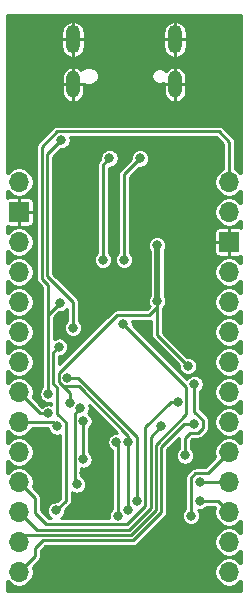
<source format=gbr>
%TF.GenerationSoftware,KiCad,Pcbnew,(5.1.8)-1*%
%TF.CreationDate,2020-12-28T06:59:23-08:00*%
%TF.ProjectId,atmega32u4_dev_board,61746d65-6761-4333-9275-345f6465765f,rev?*%
%TF.SameCoordinates,Original*%
%TF.FileFunction,Copper,L2,Bot*%
%TF.FilePolarity,Positive*%
%FSLAX46Y46*%
G04 Gerber Fmt 4.6, Leading zero omitted, Abs format (unit mm)*
G04 Created by KiCad (PCBNEW (5.1.8)-1) date 2020-12-28 06:59:23*
%MOMM*%
%LPD*%
G01*
G04 APERTURE LIST*
%TA.AperFunction,ComponentPad*%
%ADD10O,1.158000X2.316000*%
%TD*%
%TA.AperFunction,ComponentPad*%
%ADD11O,1.200000X2.400000*%
%TD*%
%TA.AperFunction,ComponentPad*%
%ADD12O,1.700000X1.700000*%
%TD*%
%TA.AperFunction,ComponentPad*%
%ADD13R,1.700000X1.700000*%
%TD*%
%TA.AperFunction,ViaPad*%
%ADD14C,0.800000*%
%TD*%
%TA.AperFunction,Conductor*%
%ADD15C,0.250000*%
%TD*%
%TA.AperFunction,Conductor*%
%ADD16C,0.500000*%
%TD*%
%TA.AperFunction,Conductor*%
%ADD17C,0.254000*%
%TD*%
%TA.AperFunction,Conductor*%
%ADD18C,0.100000*%
%TD*%
G04 APERTURE END LIST*
D10*
%TO.P,J6,S3*%
%TO.N,GND*%
X157820000Y-76485000D03*
%TO.P,J6,S4*%
X149180000Y-76485000D03*
D11*
%TO.P,J6,S5*%
X157820000Y-72660000D03*
%TO.P,J6,S6*%
X149180000Y-72660000D03*
%TD*%
D12*
%TO.P,J3,1*%
%TO.N,VDD*%
X144610000Y-84740000D03*
D13*
%TO.P,J3,2*%
%TO.N,GND*%
X144610000Y-87280000D03*
D12*
%TO.P,J3,3*%
%TO.N,/SCK*%
X144610000Y-89820000D03*
%TO.P,J3,4*%
%TO.N,/MOSI*%
X144610000Y-92360000D03*
%TO.P,J3,5*%
%TO.N,/MISO*%
X144610000Y-94900000D03*
%TO.P,J3,6*%
%TO.N,/D0*%
X144610000Y-97440000D03*
%TO.P,J3,7*%
%TO.N,/D1*%
X144610000Y-99980000D03*
%TO.P,J3,8*%
%TO.N,/D2*%
X144610000Y-102520000D03*
%TO.P,J3,9*%
%TO.N,/D3*%
X144610000Y-105060000D03*
%TO.P,J3,10*%
%TO.N,/D4*%
X144610000Y-107600000D03*
%TO.P,J3,11*%
%TO.N,/D5*%
X144610000Y-110140000D03*
%TO.P,J3,12*%
%TO.N,/D6*%
X144610000Y-112680000D03*
%TO.P,J3,13*%
%TO.N,/D7*%
X144610000Y-115220000D03*
%TO.P,J3,14*%
%TO.N,/D8*%
X144610000Y-117760000D03*
%TD*%
%TO.P,J4,14*%
%TO.N,/D9*%
X162390000Y-117760000D03*
%TO.P,J4,13*%
%TO.N,/D10*%
X162390000Y-115220000D03*
%TO.P,J4,12*%
%TO.N,/D11*%
X162390000Y-112680000D03*
%TO.P,J4,11*%
%TO.N,/D12*%
X162390000Y-110140000D03*
%TO.P,J4,10*%
%TO.N,/D13*%
X162390000Y-107600000D03*
%TO.P,J4,9*%
%TO.N,/A0*%
X162390000Y-105060000D03*
%TO.P,J4,8*%
%TO.N,/A1*%
X162390000Y-102520000D03*
%TO.P,J4,7*%
%TO.N,/A2*%
X162390000Y-99980000D03*
%TO.P,J4,6*%
%TO.N,/A3*%
X162390000Y-97440000D03*
%TO.P,J4,5*%
%TO.N,/A4*%
X162390000Y-94900000D03*
%TO.P,J4,4*%
%TO.N,/A5*%
X162390000Y-92360000D03*
D13*
%TO.P,J4,3*%
%TO.N,GND*%
X162390000Y-89820000D03*
D12*
%TO.P,J4,2*%
%TO.N,VCC*%
X162390000Y-87280000D03*
%TO.P,J4,1*%
%TO.N,/RESET*%
X162390000Y-84740000D03*
%TD*%
D14*
%TO.N,GND*%
X157560000Y-108150000D03*
X153470000Y-116820000D03*
X146930000Y-108980000D03*
X150130000Y-109340000D03*
%TO.N,Net-(C1-Pad1)*%
X150054990Y-104984960D03*
X150060000Y-108235001D03*
%TO.N,Net-(C2-Pad1)*%
X149810000Y-103900000D03*
X149500000Y-110340000D03*
%TO.N,VCC*%
X158925000Y-100325000D03*
X148919999Y-103425000D03*
X153853486Y-106785001D03*
X153860000Y-112510000D03*
X156300000Y-90100000D03*
X156300000Y-94830000D03*
%TO.N,/D+*%
X151700000Y-91330000D03*
X152270000Y-82740000D03*
%TO.N,/D-*%
X153500000Y-91320000D03*
X154860000Y-82740000D03*
%TO.N,/RESET*%
X147105009Y-102700000D03*
X148100000Y-94980000D03*
%TO.N,/D2*%
X147105009Y-104335000D03*
%TO.N,/D3*%
X147830010Y-105434970D03*
%TO.N,/D5*%
X158040000Y-103335163D03*
%TO.N,/D6*%
X156666639Y-105441945D03*
%TO.N,/D7*%
X153438434Y-96750091D03*
%TO.N,/D8*%
X159444982Y-105235174D03*
%TO.N,/D11*%
X148700000Y-101300000D03*
X154578486Y-111750000D03*
X159894990Y-111750000D03*
%TO.N,/D12*%
X159894990Y-110140000D03*
%TO.N,/D13*%
X159170000Y-113000000D03*
%TO.N,VBUS*%
X149175000Y-97080000D03*
X148200000Y-81190000D03*
%TO.N,Net-(R4-Pad1)*%
X159460017Y-101870314D03*
X158650000Y-107890000D03*
%TO.N,/TXLED*%
X152853485Y-106785000D03*
X152970000Y-113000000D03*
%TO.N,/RXLED*%
X147760000Y-112550000D03*
X148015028Y-98684980D03*
%TD*%
D15*
%TO.N,Net-(C1-Pad1)*%
X150054990Y-108229991D02*
X150060000Y-108235001D01*
X150054990Y-104984960D02*
X150054990Y-108229991D01*
%TO.N,Net-(C2-Pad1)*%
X149810000Y-103900000D02*
X149329989Y-104380011D01*
X149329989Y-110169989D02*
X149329989Y-104380011D01*
X149500000Y-110340000D02*
X149329989Y-110169989D01*
%TO.N,VCC*%
X153853486Y-112503486D02*
X153860000Y-112510000D01*
D16*
X156300000Y-90100000D02*
X156300000Y-94830000D01*
D15*
X156300000Y-97700000D02*
X158925000Y-100325000D01*
X149659171Y-102025001D02*
X148351999Y-102025001D01*
X153853486Y-106219316D02*
X149659171Y-102025001D01*
X153853486Y-106785001D02*
X153853486Y-106219316D01*
X148919999Y-102593001D02*
X148351999Y-102025001D01*
X148919999Y-103425000D02*
X148919999Y-102593001D01*
X155630000Y-96020000D02*
X156300000Y-95350000D01*
X152906998Y-96020000D02*
X155630000Y-96020000D01*
X147974999Y-100951999D02*
X152906998Y-96020000D01*
X147974999Y-101648001D02*
X147974999Y-100951999D01*
X148351999Y-102025001D02*
X147974999Y-101648001D01*
X156300000Y-95350000D02*
X156300000Y-97700000D01*
X156300000Y-94830000D02*
X156300000Y-95350000D01*
X153853486Y-106785001D02*
X153853486Y-112503486D01*
%TO.N,/D+*%
X151700000Y-83310000D02*
X152270000Y-82740000D01*
X151700000Y-91330000D02*
X151700000Y-83310000D01*
%TO.N,/D-*%
X153500000Y-84100000D02*
X154860000Y-82740000D01*
X153500000Y-91320000D02*
X153500000Y-84100000D01*
%TO.N,/RESET*%
X147105009Y-102700000D02*
X147074979Y-102669970D01*
X147074979Y-96005021D02*
X147074979Y-96154979D01*
X148100000Y-94980000D02*
X147074979Y-96005021D01*
X147074979Y-102669970D02*
X147074979Y-96154979D01*
X162390000Y-81320000D02*
X162390000Y-84740000D01*
X147851999Y-80464999D02*
X161534999Y-80464999D01*
X146559991Y-81757007D02*
X147851999Y-80464999D01*
X146559990Y-92916400D02*
X146559991Y-81757007D01*
X161534999Y-80464999D02*
X162390000Y-81320000D01*
X147074979Y-93431389D02*
X146559990Y-92916400D01*
X147074979Y-96154979D02*
X147074979Y-93431389D01*
%TO.N,/D2*%
X144610000Y-102520000D02*
X145940000Y-103850000D01*
X146425000Y-104335000D02*
X145940000Y-103850000D01*
X147105009Y-104335000D02*
X146425000Y-104335000D01*
%TO.N,/D3*%
X147455040Y-105060000D02*
X147830010Y-105434970D01*
X144610000Y-105060000D02*
X147455040Y-105060000D01*
%TO.N,/D5*%
X157474315Y-103335163D02*
X158040000Y-103335163D01*
X155303487Y-105505991D02*
X157474315Y-103335163D01*
X153718001Y-113725001D02*
X155303487Y-112139515D01*
X155303487Y-112139515D02*
X155303487Y-105505991D01*
X146925001Y-113725001D02*
X153718001Y-113725001D01*
X145940000Y-112740000D02*
X146925001Y-113725001D01*
X145940000Y-111470000D02*
X145940000Y-112740000D01*
X144610000Y-110140000D02*
X145940000Y-111470000D01*
%TO.N,/D6*%
X155753497Y-106355087D02*
X156666639Y-105441945D01*
X155753496Y-112325916D02*
X155753497Y-106355087D01*
X153904401Y-114175011D02*
X155753496Y-112325916D01*
X146105011Y-114175011D02*
X153904401Y-114175011D01*
X144610000Y-112680000D02*
X146105011Y-114175011D01*
%TO.N,/D7*%
X153303342Y-96614999D02*
X153438434Y-96750091D01*
X145204979Y-114625021D02*
X144610000Y-115220000D01*
X154090801Y-114625021D02*
X145204979Y-114625021D01*
X156203505Y-112512317D02*
X154090801Y-114625021D01*
X158765001Y-104416585D02*
X156203506Y-106978080D01*
X158765001Y-102076658D02*
X158765001Y-104416585D01*
X156203506Y-106978080D02*
X156203505Y-112512317D01*
X153438434Y-96750091D02*
X158765001Y-102076658D01*
%TO.N,/D8*%
X158582822Y-105235174D02*
X159444982Y-105235174D01*
X156653515Y-107164481D02*
X158582822Y-105235174D01*
X156653514Y-112698718D02*
X156653515Y-107164481D01*
X154277201Y-115075031D02*
X156653514Y-112698718D01*
X146604969Y-115075031D02*
X154277201Y-115075031D01*
X145940000Y-115740000D02*
X146604969Y-115075031D01*
X145940000Y-116430000D02*
X145940000Y-115740000D01*
X144610000Y-117760000D02*
X145940000Y-116430000D01*
%TO.N,/D11*%
X154578486Y-106307906D02*
X154578486Y-111750000D01*
X149570580Y-101300000D02*
X154578486Y-106307906D01*
X148700000Y-101300000D02*
X149570580Y-101300000D01*
X161460000Y-111750000D02*
X162390000Y-112680000D01*
X159894990Y-111750000D02*
X161460000Y-111750000D01*
%TO.N,/D12*%
X162390000Y-110140000D02*
X159894990Y-110140000D01*
%TO.N,/D13*%
X162390000Y-107600000D02*
X160575001Y-109414999D01*
X159546989Y-109414999D02*
X159169989Y-109791999D01*
X160575001Y-109414999D02*
X159546989Y-109414999D01*
X159169989Y-112999989D02*
X159170000Y-113000000D01*
X159169989Y-109791999D02*
X159169989Y-112999989D01*
%TO.N,VBUS*%
X149175000Y-94895000D02*
X147010000Y-92730000D01*
X149175000Y-97080000D02*
X149175000Y-94895000D01*
X147010000Y-82380000D02*
X148200000Y-81190000D01*
X147010000Y-92730000D02*
X147010000Y-82380000D01*
%TO.N,Net-(R4-Pad1)*%
X159460017Y-101870314D02*
X159460017Y-104177207D01*
X160169983Y-104887173D02*
X160169983Y-105583175D01*
X160169983Y-105583175D02*
X159792983Y-105960175D01*
X159460017Y-104177207D02*
X160169983Y-104887173D01*
X159792983Y-105960175D02*
X159069825Y-105960175D01*
X158650000Y-106380000D02*
X158650000Y-107890000D01*
X159069825Y-105960175D02*
X158650000Y-106380000D01*
%TO.N,/TXLED*%
X152970000Y-106901515D02*
X152853485Y-106785000D01*
X152970000Y-113000000D02*
X152970000Y-106901515D01*
%TO.N,/RXLED*%
X147524989Y-99175019D02*
X148015028Y-98684980D01*
X147524989Y-101834401D02*
X147524989Y-99175019D01*
X147830010Y-102139422D02*
X147524989Y-101834401D01*
X147830010Y-104361968D02*
X147830010Y-102139422D01*
X148555011Y-105086969D02*
X147830010Y-104361968D01*
X148555011Y-111754989D02*
X148555011Y-105086969D01*
X147760000Y-112550000D02*
X148555011Y-111754989D01*
%TD*%
D17*
%TO.N,GND*%
X161884000Y-81529592D02*
X161884001Y-83617167D01*
X161806903Y-83649102D01*
X161605283Y-83783820D01*
X161433820Y-83955283D01*
X161299102Y-84156903D01*
X161206307Y-84380931D01*
X161159000Y-84618757D01*
X161159000Y-84861243D01*
X161206307Y-85099069D01*
X161299102Y-85323097D01*
X161433820Y-85524717D01*
X161605283Y-85696180D01*
X161806903Y-85830898D01*
X162030931Y-85923693D01*
X162268757Y-85971000D01*
X162511243Y-85971000D01*
X162749069Y-85923693D01*
X162973097Y-85830898D01*
X163174717Y-85696180D01*
X163346180Y-85524717D01*
X163373000Y-85484578D01*
X163373000Y-86535422D01*
X163346180Y-86495283D01*
X163174717Y-86323820D01*
X162973097Y-86189102D01*
X162749069Y-86096307D01*
X162511243Y-86049000D01*
X162268757Y-86049000D01*
X162030931Y-86096307D01*
X161806903Y-86189102D01*
X161605283Y-86323820D01*
X161433820Y-86495283D01*
X161299102Y-86696903D01*
X161206307Y-86920931D01*
X161159000Y-87158757D01*
X161159000Y-87401243D01*
X161206307Y-87639069D01*
X161299102Y-87863097D01*
X161433820Y-88064717D01*
X161605283Y-88236180D01*
X161806903Y-88370898D01*
X162030931Y-88463693D01*
X162268757Y-88511000D01*
X162511243Y-88511000D01*
X162749069Y-88463693D01*
X162973097Y-88370898D01*
X163174717Y-88236180D01*
X163346180Y-88064717D01*
X163373000Y-88024578D01*
X163373000Y-88612201D01*
X163314689Y-88594513D01*
X163240000Y-88587157D01*
X162485750Y-88589000D01*
X162390500Y-88684250D01*
X162390500Y-89819500D01*
X162410500Y-89819500D01*
X162410500Y-89820500D01*
X162390500Y-89820500D01*
X162390500Y-90955750D01*
X162485750Y-91051000D01*
X163240000Y-91052843D01*
X163314689Y-91045487D01*
X163373000Y-91027799D01*
X163373000Y-91615422D01*
X163346180Y-91575283D01*
X163174717Y-91403820D01*
X162973097Y-91269102D01*
X162749069Y-91176307D01*
X162511243Y-91129000D01*
X162268757Y-91129000D01*
X162030931Y-91176307D01*
X161806903Y-91269102D01*
X161605283Y-91403820D01*
X161433820Y-91575283D01*
X161299102Y-91776903D01*
X161206307Y-92000931D01*
X161159000Y-92238757D01*
X161159000Y-92481243D01*
X161206307Y-92719069D01*
X161299102Y-92943097D01*
X161433820Y-93144717D01*
X161605283Y-93316180D01*
X161806903Y-93450898D01*
X162030931Y-93543693D01*
X162268757Y-93591000D01*
X162511243Y-93591000D01*
X162749069Y-93543693D01*
X162973097Y-93450898D01*
X163174717Y-93316180D01*
X163346180Y-93144717D01*
X163373000Y-93104578D01*
X163373000Y-94155422D01*
X163346180Y-94115283D01*
X163174717Y-93943820D01*
X162973097Y-93809102D01*
X162749069Y-93716307D01*
X162511243Y-93669000D01*
X162268757Y-93669000D01*
X162030931Y-93716307D01*
X161806903Y-93809102D01*
X161605283Y-93943820D01*
X161433820Y-94115283D01*
X161299102Y-94316903D01*
X161206307Y-94540931D01*
X161159000Y-94778757D01*
X161159000Y-95021243D01*
X161206307Y-95259069D01*
X161299102Y-95483097D01*
X161433820Y-95684717D01*
X161605283Y-95856180D01*
X161806903Y-95990898D01*
X162030931Y-96083693D01*
X162268757Y-96131000D01*
X162511243Y-96131000D01*
X162749069Y-96083693D01*
X162973097Y-95990898D01*
X163174717Y-95856180D01*
X163346180Y-95684717D01*
X163373000Y-95644578D01*
X163373000Y-96695422D01*
X163346180Y-96655283D01*
X163174717Y-96483820D01*
X162973097Y-96349102D01*
X162749069Y-96256307D01*
X162511243Y-96209000D01*
X162268757Y-96209000D01*
X162030931Y-96256307D01*
X161806903Y-96349102D01*
X161605283Y-96483820D01*
X161433820Y-96655283D01*
X161299102Y-96856903D01*
X161206307Y-97080931D01*
X161159000Y-97318757D01*
X161159000Y-97561243D01*
X161206307Y-97799069D01*
X161299102Y-98023097D01*
X161433820Y-98224717D01*
X161605283Y-98396180D01*
X161806903Y-98530898D01*
X162030931Y-98623693D01*
X162268757Y-98671000D01*
X162511243Y-98671000D01*
X162749069Y-98623693D01*
X162973097Y-98530898D01*
X163174717Y-98396180D01*
X163346180Y-98224717D01*
X163373000Y-98184578D01*
X163373000Y-99235422D01*
X163346180Y-99195283D01*
X163174717Y-99023820D01*
X162973097Y-98889102D01*
X162749069Y-98796307D01*
X162511243Y-98749000D01*
X162268757Y-98749000D01*
X162030931Y-98796307D01*
X161806903Y-98889102D01*
X161605283Y-99023820D01*
X161433820Y-99195283D01*
X161299102Y-99396903D01*
X161206307Y-99620931D01*
X161159000Y-99858757D01*
X161159000Y-100101243D01*
X161206307Y-100339069D01*
X161299102Y-100563097D01*
X161433820Y-100764717D01*
X161605283Y-100936180D01*
X161806903Y-101070898D01*
X162030931Y-101163693D01*
X162268757Y-101211000D01*
X162511243Y-101211000D01*
X162749069Y-101163693D01*
X162973097Y-101070898D01*
X163174717Y-100936180D01*
X163346180Y-100764717D01*
X163373000Y-100724578D01*
X163373000Y-101775422D01*
X163346180Y-101735283D01*
X163174717Y-101563820D01*
X162973097Y-101429102D01*
X162749069Y-101336307D01*
X162511243Y-101289000D01*
X162268757Y-101289000D01*
X162030931Y-101336307D01*
X161806903Y-101429102D01*
X161605283Y-101563820D01*
X161433820Y-101735283D01*
X161299102Y-101936903D01*
X161206307Y-102160931D01*
X161159000Y-102398757D01*
X161159000Y-102641243D01*
X161206307Y-102879069D01*
X161299102Y-103103097D01*
X161433820Y-103304717D01*
X161605283Y-103476180D01*
X161806903Y-103610898D01*
X162030931Y-103703693D01*
X162268757Y-103751000D01*
X162511243Y-103751000D01*
X162749069Y-103703693D01*
X162973097Y-103610898D01*
X163174717Y-103476180D01*
X163346180Y-103304717D01*
X163373000Y-103264578D01*
X163373000Y-104315422D01*
X163346180Y-104275283D01*
X163174717Y-104103820D01*
X162973097Y-103969102D01*
X162749069Y-103876307D01*
X162511243Y-103829000D01*
X162268757Y-103829000D01*
X162030931Y-103876307D01*
X161806903Y-103969102D01*
X161605283Y-104103820D01*
X161433820Y-104275283D01*
X161299102Y-104476903D01*
X161206307Y-104700931D01*
X161159000Y-104938757D01*
X161159000Y-105181243D01*
X161206307Y-105419069D01*
X161299102Y-105643097D01*
X161433820Y-105844717D01*
X161605283Y-106016180D01*
X161806903Y-106150898D01*
X162030931Y-106243693D01*
X162268757Y-106291000D01*
X162511243Y-106291000D01*
X162749069Y-106243693D01*
X162973097Y-106150898D01*
X163174717Y-106016180D01*
X163346180Y-105844717D01*
X163373000Y-105804578D01*
X163373000Y-106855422D01*
X163346180Y-106815283D01*
X163174717Y-106643820D01*
X162973097Y-106509102D01*
X162749069Y-106416307D01*
X162511243Y-106369000D01*
X162268757Y-106369000D01*
X162030931Y-106416307D01*
X161806903Y-106509102D01*
X161605283Y-106643820D01*
X161433820Y-106815283D01*
X161299102Y-107016903D01*
X161206307Y-107240931D01*
X161159000Y-107478757D01*
X161159000Y-107721243D01*
X161206307Y-107959069D01*
X161238242Y-108036167D01*
X160365410Y-108908999D01*
X159571843Y-108908999D01*
X159546989Y-108906551D01*
X159522135Y-108908999D01*
X159447796Y-108916321D01*
X159352414Y-108945254D01*
X159264510Y-108992240D01*
X159187462Y-109055472D01*
X159171618Y-109074778D01*
X158829774Y-109416623D01*
X158810462Y-109432472D01*
X158747230Y-109509520D01*
X158700244Y-109597425D01*
X158671311Y-109692807D01*
X158663989Y-109767146D01*
X158663989Y-109767153D01*
X158661542Y-109791999D01*
X158663989Y-109816845D01*
X158663990Y-112401509D01*
X158563358Y-112502141D01*
X158477887Y-112630058D01*
X158419013Y-112772191D01*
X158389000Y-112923078D01*
X158389000Y-113076922D01*
X158419013Y-113227809D01*
X158477887Y-113369942D01*
X158563358Y-113497859D01*
X158672141Y-113606642D01*
X158800058Y-113692113D01*
X158942191Y-113750987D01*
X159093078Y-113781000D01*
X159246922Y-113781000D01*
X159397809Y-113750987D01*
X159539942Y-113692113D01*
X159667859Y-113606642D01*
X159776642Y-113497859D01*
X159862113Y-113369942D01*
X159920987Y-113227809D01*
X159951000Y-113076922D01*
X159951000Y-112923078D01*
X159920987Y-112772191D01*
X159862113Y-112630058D01*
X159792531Y-112525920D01*
X159818068Y-112531000D01*
X159971912Y-112531000D01*
X160122799Y-112500987D01*
X160264932Y-112442113D01*
X160392849Y-112356642D01*
X160493491Y-112256000D01*
X161233202Y-112256000D01*
X161206307Y-112320931D01*
X161159000Y-112558757D01*
X161159000Y-112801243D01*
X161206307Y-113039069D01*
X161299102Y-113263097D01*
X161433820Y-113464717D01*
X161605283Y-113636180D01*
X161806903Y-113770898D01*
X162030931Y-113863693D01*
X162268757Y-113911000D01*
X162511243Y-113911000D01*
X162749069Y-113863693D01*
X162973097Y-113770898D01*
X163174717Y-113636180D01*
X163346180Y-113464717D01*
X163373000Y-113424578D01*
X163373000Y-114475422D01*
X163346180Y-114435283D01*
X163174717Y-114263820D01*
X162973097Y-114129102D01*
X162749069Y-114036307D01*
X162511243Y-113989000D01*
X162268757Y-113989000D01*
X162030931Y-114036307D01*
X161806903Y-114129102D01*
X161605283Y-114263820D01*
X161433820Y-114435283D01*
X161299102Y-114636903D01*
X161206307Y-114860931D01*
X161159000Y-115098757D01*
X161159000Y-115341243D01*
X161206307Y-115579069D01*
X161299102Y-115803097D01*
X161433820Y-116004717D01*
X161605283Y-116176180D01*
X161806903Y-116310898D01*
X162030931Y-116403693D01*
X162268757Y-116451000D01*
X162511243Y-116451000D01*
X162749069Y-116403693D01*
X162973097Y-116310898D01*
X163174717Y-116176180D01*
X163346180Y-116004717D01*
X163373000Y-115964578D01*
X163373000Y-117015422D01*
X163346180Y-116975283D01*
X163174717Y-116803820D01*
X162973097Y-116669102D01*
X162749069Y-116576307D01*
X162511243Y-116529000D01*
X162268757Y-116529000D01*
X162030931Y-116576307D01*
X161806903Y-116669102D01*
X161605283Y-116803820D01*
X161433820Y-116975283D01*
X161299102Y-117176903D01*
X161206307Y-117400931D01*
X161159000Y-117638757D01*
X161159000Y-117881243D01*
X161206307Y-118119069D01*
X161299102Y-118343097D01*
X161433820Y-118544717D01*
X161605283Y-118716180D01*
X161806903Y-118850898D01*
X162030931Y-118943693D01*
X162268757Y-118991000D01*
X162511243Y-118991000D01*
X162749069Y-118943693D01*
X162973097Y-118850898D01*
X163174717Y-118716180D01*
X163346180Y-118544717D01*
X163373000Y-118504578D01*
X163373000Y-119373000D01*
X143627000Y-119373000D01*
X143627000Y-118504578D01*
X143653820Y-118544717D01*
X143825283Y-118716180D01*
X144026903Y-118850898D01*
X144250931Y-118943693D01*
X144488757Y-118991000D01*
X144731243Y-118991000D01*
X144969069Y-118943693D01*
X145193097Y-118850898D01*
X145394717Y-118716180D01*
X145566180Y-118544717D01*
X145700898Y-118343097D01*
X145793693Y-118119069D01*
X145841000Y-117881243D01*
X145841000Y-117638757D01*
X145793693Y-117400931D01*
X145761758Y-117323833D01*
X146280220Y-116805372D01*
X146299527Y-116789527D01*
X146362759Y-116712479D01*
X146409745Y-116624575D01*
X146438678Y-116529193D01*
X146446000Y-116454854D01*
X146446000Y-116454847D01*
X146448447Y-116430001D01*
X146446000Y-116405155D01*
X146446000Y-115949591D01*
X146814561Y-115581031D01*
X154252355Y-115581031D01*
X154277201Y-115583478D01*
X154302047Y-115581031D01*
X154302055Y-115581031D01*
X154376394Y-115573709D01*
X154471776Y-115544776D01*
X154559680Y-115497790D01*
X154636728Y-115434558D01*
X154652577Y-115415246D01*
X156993739Y-113074085D01*
X157013040Y-113058245D01*
X157028880Y-113038944D01*
X157028884Y-113038940D01*
X157076272Y-112981197D01*
X157123259Y-112893293D01*
X157152192Y-112797911D01*
X157161961Y-112698719D01*
X157159513Y-112673863D01*
X157159515Y-107374072D01*
X158142632Y-106390956D01*
X158144000Y-106404847D01*
X158144001Y-107291498D01*
X158043358Y-107392141D01*
X157957887Y-107520058D01*
X157899013Y-107662191D01*
X157869000Y-107813078D01*
X157869000Y-107966922D01*
X157899013Y-108117809D01*
X157957887Y-108259942D01*
X158043358Y-108387859D01*
X158152141Y-108496642D01*
X158280058Y-108582113D01*
X158422191Y-108640987D01*
X158573078Y-108671000D01*
X158726922Y-108671000D01*
X158877809Y-108640987D01*
X159019942Y-108582113D01*
X159147859Y-108496642D01*
X159256642Y-108387859D01*
X159342113Y-108259942D01*
X159400987Y-108117809D01*
X159431000Y-107966922D01*
X159431000Y-107813078D01*
X159400987Y-107662191D01*
X159342113Y-107520058D01*
X159256642Y-107392141D01*
X159156000Y-107291499D01*
X159156000Y-106589591D01*
X159279417Y-106466175D01*
X159768137Y-106466175D01*
X159792983Y-106468622D01*
X159817829Y-106466175D01*
X159817837Y-106466175D01*
X159892176Y-106458853D01*
X159987558Y-106429920D01*
X160075462Y-106382934D01*
X160152510Y-106319702D01*
X160168359Y-106300390D01*
X160510203Y-105958547D01*
X160529510Y-105942702D01*
X160592742Y-105865654D01*
X160639728Y-105777750D01*
X160668661Y-105682368D01*
X160675983Y-105608029D01*
X160678431Y-105583175D01*
X160675983Y-105558321D01*
X160675983Y-104912027D01*
X160678431Y-104887173D01*
X160668661Y-104787980D01*
X160639728Y-104692598D01*
X160633529Y-104681000D01*
X160592742Y-104604694D01*
X160529510Y-104527646D01*
X160510203Y-104511801D01*
X159966017Y-103967616D01*
X159966017Y-102468815D01*
X160066659Y-102368173D01*
X160152130Y-102240256D01*
X160211004Y-102098123D01*
X160241017Y-101947236D01*
X160241017Y-101793392D01*
X160211004Y-101642505D01*
X160152130Y-101500372D01*
X160066659Y-101372455D01*
X159957876Y-101263672D01*
X159829959Y-101178201D01*
X159687826Y-101119327D01*
X159536939Y-101089314D01*
X159383095Y-101089314D01*
X159232208Y-101119327D01*
X159090075Y-101178201D01*
X158962158Y-101263672D01*
X158853375Y-101372455D01*
X158822539Y-101418604D01*
X154219434Y-96815500D01*
X154219434Y-96673169D01*
X154190161Y-96526000D01*
X155605154Y-96526000D01*
X155630000Y-96528447D01*
X155654846Y-96526000D01*
X155654854Y-96526000D01*
X155729193Y-96518678D01*
X155794000Y-96499019D01*
X155794001Y-97675144D01*
X155791553Y-97700000D01*
X155801322Y-97799192D01*
X155830255Y-97894574D01*
X155852127Y-97935492D01*
X155877242Y-97982479D01*
X155940474Y-98059527D01*
X155959781Y-98075372D01*
X158144000Y-100259592D01*
X158144000Y-100401922D01*
X158174013Y-100552809D01*
X158232887Y-100694942D01*
X158318358Y-100822859D01*
X158427141Y-100931642D01*
X158555058Y-101017113D01*
X158697191Y-101075987D01*
X158848078Y-101106000D01*
X159001922Y-101106000D01*
X159152809Y-101075987D01*
X159294942Y-101017113D01*
X159422859Y-100931642D01*
X159531642Y-100822859D01*
X159617113Y-100694942D01*
X159675987Y-100552809D01*
X159706000Y-100401922D01*
X159706000Y-100248078D01*
X159675987Y-100097191D01*
X159617113Y-99955058D01*
X159531642Y-99827141D01*
X159422859Y-99718358D01*
X159294942Y-99632887D01*
X159152809Y-99574013D01*
X159001922Y-99544000D01*
X158859592Y-99544000D01*
X156806000Y-97490409D01*
X156806000Y-95428501D01*
X156906642Y-95327859D01*
X156992113Y-95199942D01*
X157050987Y-95057809D01*
X157081000Y-94906922D01*
X157081000Y-94753078D01*
X157050987Y-94602191D01*
X156992113Y-94460058D01*
X156931000Y-94368595D01*
X156931000Y-90670000D01*
X161157157Y-90670000D01*
X161164513Y-90744689D01*
X161186299Y-90816508D01*
X161221678Y-90882696D01*
X161269289Y-90940711D01*
X161327304Y-90988322D01*
X161393492Y-91023701D01*
X161465311Y-91045487D01*
X161540000Y-91052843D01*
X162294250Y-91051000D01*
X162389500Y-90955750D01*
X162389500Y-89820500D01*
X161254250Y-89820500D01*
X161159000Y-89915750D01*
X161157157Y-90670000D01*
X156931000Y-90670000D01*
X156931000Y-90561405D01*
X156992113Y-90469942D01*
X157050987Y-90327809D01*
X157081000Y-90176922D01*
X157081000Y-90023078D01*
X157050987Y-89872191D01*
X156992113Y-89730058D01*
X156906642Y-89602141D01*
X156797859Y-89493358D01*
X156669942Y-89407887D01*
X156527809Y-89349013D01*
X156376922Y-89319000D01*
X156223078Y-89319000D01*
X156072191Y-89349013D01*
X155930058Y-89407887D01*
X155802141Y-89493358D01*
X155693358Y-89602141D01*
X155607887Y-89730058D01*
X155549013Y-89872191D01*
X155519000Y-90023078D01*
X155519000Y-90176922D01*
X155549013Y-90327809D01*
X155607887Y-90469942D01*
X155669000Y-90561405D01*
X155669001Y-94368594D01*
X155607887Y-94460058D01*
X155549013Y-94602191D01*
X155519000Y-94753078D01*
X155519000Y-94906922D01*
X155549013Y-95057809D01*
X155607887Y-95199942D01*
X155658587Y-95275821D01*
X155420409Y-95514000D01*
X152931852Y-95514000D01*
X152906998Y-95511552D01*
X152882144Y-95514000D01*
X152807805Y-95521322D01*
X152712423Y-95550255D01*
X152624519Y-95597241D01*
X152547471Y-95660473D01*
X152531627Y-95679779D01*
X148030989Y-100180418D01*
X148030989Y-99465980D01*
X148091950Y-99465980D01*
X148242837Y-99435967D01*
X148384970Y-99377093D01*
X148512887Y-99291622D01*
X148621670Y-99182839D01*
X148707141Y-99054922D01*
X148766015Y-98912789D01*
X148796028Y-98761902D01*
X148796028Y-98608058D01*
X148766015Y-98457171D01*
X148707141Y-98315038D01*
X148621670Y-98187121D01*
X148512887Y-98078338D01*
X148384970Y-97992867D01*
X148242837Y-97933993D01*
X148091950Y-97903980D01*
X147938106Y-97903980D01*
X147787219Y-97933993D01*
X147645086Y-97992867D01*
X147580979Y-98035702D01*
X147580979Y-96214612D01*
X148034592Y-95761000D01*
X148176922Y-95761000D01*
X148327809Y-95730987D01*
X148469942Y-95672113D01*
X148597859Y-95586642D01*
X148669001Y-95515500D01*
X148669000Y-96481499D01*
X148568358Y-96582141D01*
X148482887Y-96710058D01*
X148424013Y-96852191D01*
X148394000Y-97003078D01*
X148394000Y-97156922D01*
X148424013Y-97307809D01*
X148482887Y-97449942D01*
X148568358Y-97577859D01*
X148677141Y-97686642D01*
X148805058Y-97772113D01*
X148947191Y-97830987D01*
X149098078Y-97861000D01*
X149251922Y-97861000D01*
X149402809Y-97830987D01*
X149544942Y-97772113D01*
X149672859Y-97686642D01*
X149781642Y-97577859D01*
X149867113Y-97449942D01*
X149925987Y-97307809D01*
X149956000Y-97156922D01*
X149956000Y-97003078D01*
X149925987Y-96852191D01*
X149867113Y-96710058D01*
X149781642Y-96582141D01*
X149681000Y-96481499D01*
X149681000Y-94919845D01*
X149683447Y-94894999D01*
X149681000Y-94870153D01*
X149681000Y-94870146D01*
X149673678Y-94795807D01*
X149644745Y-94700425D01*
X149597759Y-94612521D01*
X149534527Y-94535473D01*
X149515220Y-94519628D01*
X147516000Y-92520409D01*
X147516000Y-91253078D01*
X150919000Y-91253078D01*
X150919000Y-91406922D01*
X150949013Y-91557809D01*
X151007887Y-91699942D01*
X151093358Y-91827859D01*
X151202141Y-91936642D01*
X151330058Y-92022113D01*
X151472191Y-92080987D01*
X151623078Y-92111000D01*
X151776922Y-92111000D01*
X151927809Y-92080987D01*
X152069942Y-92022113D01*
X152197859Y-91936642D01*
X152306642Y-91827859D01*
X152392113Y-91699942D01*
X152450987Y-91557809D01*
X152481000Y-91406922D01*
X152481000Y-91253078D01*
X152479011Y-91243078D01*
X152719000Y-91243078D01*
X152719000Y-91396922D01*
X152749013Y-91547809D01*
X152807887Y-91689942D01*
X152893358Y-91817859D01*
X153002141Y-91926642D01*
X153130058Y-92012113D01*
X153272191Y-92070987D01*
X153423078Y-92101000D01*
X153576922Y-92101000D01*
X153727809Y-92070987D01*
X153869942Y-92012113D01*
X153997859Y-91926642D01*
X154106642Y-91817859D01*
X154192113Y-91689942D01*
X154250987Y-91547809D01*
X154281000Y-91396922D01*
X154281000Y-91243078D01*
X154250987Y-91092191D01*
X154192113Y-90950058D01*
X154106642Y-90822141D01*
X154006000Y-90721499D01*
X154006000Y-88970000D01*
X161157157Y-88970000D01*
X161159000Y-89724250D01*
X161254250Y-89819500D01*
X162389500Y-89819500D01*
X162389500Y-88684250D01*
X162294250Y-88589000D01*
X161540000Y-88587157D01*
X161465311Y-88594513D01*
X161393492Y-88616299D01*
X161327304Y-88651678D01*
X161269289Y-88699289D01*
X161221678Y-88757304D01*
X161186299Y-88823492D01*
X161164513Y-88895311D01*
X161157157Y-88970000D01*
X154006000Y-88970000D01*
X154006000Y-84309591D01*
X154794592Y-83521000D01*
X154936922Y-83521000D01*
X155087809Y-83490987D01*
X155229942Y-83432113D01*
X155357859Y-83346642D01*
X155466642Y-83237859D01*
X155552113Y-83109942D01*
X155610987Y-82967809D01*
X155641000Y-82816922D01*
X155641000Y-82663078D01*
X155610987Y-82512191D01*
X155552113Y-82370058D01*
X155466642Y-82242141D01*
X155357859Y-82133358D01*
X155229942Y-82047887D01*
X155087809Y-81989013D01*
X154936922Y-81959000D01*
X154783078Y-81959000D01*
X154632191Y-81989013D01*
X154490058Y-82047887D01*
X154362141Y-82133358D01*
X154253358Y-82242141D01*
X154167887Y-82370058D01*
X154109013Y-82512191D01*
X154079000Y-82663078D01*
X154079000Y-82805408D01*
X153159780Y-83724629D01*
X153140474Y-83740473D01*
X153077242Y-83817521D01*
X153052127Y-83864508D01*
X153030255Y-83905426D01*
X153001322Y-84000808D01*
X152991553Y-84100000D01*
X152994001Y-84124856D01*
X152994000Y-90721499D01*
X152893358Y-90822141D01*
X152807887Y-90950058D01*
X152749013Y-91092191D01*
X152719000Y-91243078D01*
X152479011Y-91243078D01*
X152450987Y-91102191D01*
X152392113Y-90960058D01*
X152306642Y-90832141D01*
X152206000Y-90731499D01*
X152206000Y-83521000D01*
X152346922Y-83521000D01*
X152497809Y-83490987D01*
X152639942Y-83432113D01*
X152767859Y-83346642D01*
X152876642Y-83237859D01*
X152962113Y-83109942D01*
X153020987Y-82967809D01*
X153051000Y-82816922D01*
X153051000Y-82663078D01*
X153020987Y-82512191D01*
X152962113Y-82370058D01*
X152876642Y-82242141D01*
X152767859Y-82133358D01*
X152639942Y-82047887D01*
X152497809Y-81989013D01*
X152346922Y-81959000D01*
X152193078Y-81959000D01*
X152042191Y-81989013D01*
X151900058Y-82047887D01*
X151772141Y-82133358D01*
X151663358Y-82242141D01*
X151577887Y-82370058D01*
X151519013Y-82512191D01*
X151489000Y-82663078D01*
X151489000Y-82805409D01*
X151359780Y-82934629D01*
X151340474Y-82950473D01*
X151277242Y-83027521D01*
X151252127Y-83074508D01*
X151230255Y-83115426D01*
X151201322Y-83210808D01*
X151191553Y-83310000D01*
X151194001Y-83334856D01*
X151194000Y-90731499D01*
X151093358Y-90832141D01*
X151007887Y-90960058D01*
X150949013Y-91102191D01*
X150919000Y-91253078D01*
X147516000Y-91253078D01*
X147516000Y-82589591D01*
X148134592Y-81971000D01*
X148276922Y-81971000D01*
X148427809Y-81940987D01*
X148569942Y-81882113D01*
X148697859Y-81796642D01*
X148806642Y-81687859D01*
X148892113Y-81559942D01*
X148950987Y-81417809D01*
X148981000Y-81266922D01*
X148981000Y-81113078D01*
X148952739Y-80970999D01*
X161325408Y-80970999D01*
X161884000Y-81529592D01*
%TA.AperFunction,Conductor*%
D18*
G36*
X161884000Y-81529592D02*
G01*
X161884001Y-83617167D01*
X161806903Y-83649102D01*
X161605283Y-83783820D01*
X161433820Y-83955283D01*
X161299102Y-84156903D01*
X161206307Y-84380931D01*
X161159000Y-84618757D01*
X161159000Y-84861243D01*
X161206307Y-85099069D01*
X161299102Y-85323097D01*
X161433820Y-85524717D01*
X161605283Y-85696180D01*
X161806903Y-85830898D01*
X162030931Y-85923693D01*
X162268757Y-85971000D01*
X162511243Y-85971000D01*
X162749069Y-85923693D01*
X162973097Y-85830898D01*
X163174717Y-85696180D01*
X163346180Y-85524717D01*
X163373000Y-85484578D01*
X163373000Y-86535422D01*
X163346180Y-86495283D01*
X163174717Y-86323820D01*
X162973097Y-86189102D01*
X162749069Y-86096307D01*
X162511243Y-86049000D01*
X162268757Y-86049000D01*
X162030931Y-86096307D01*
X161806903Y-86189102D01*
X161605283Y-86323820D01*
X161433820Y-86495283D01*
X161299102Y-86696903D01*
X161206307Y-86920931D01*
X161159000Y-87158757D01*
X161159000Y-87401243D01*
X161206307Y-87639069D01*
X161299102Y-87863097D01*
X161433820Y-88064717D01*
X161605283Y-88236180D01*
X161806903Y-88370898D01*
X162030931Y-88463693D01*
X162268757Y-88511000D01*
X162511243Y-88511000D01*
X162749069Y-88463693D01*
X162973097Y-88370898D01*
X163174717Y-88236180D01*
X163346180Y-88064717D01*
X163373000Y-88024578D01*
X163373000Y-88612201D01*
X163314689Y-88594513D01*
X163240000Y-88587157D01*
X162485750Y-88589000D01*
X162390500Y-88684250D01*
X162390500Y-89819500D01*
X162410500Y-89819500D01*
X162410500Y-89820500D01*
X162390500Y-89820500D01*
X162390500Y-90955750D01*
X162485750Y-91051000D01*
X163240000Y-91052843D01*
X163314689Y-91045487D01*
X163373000Y-91027799D01*
X163373000Y-91615422D01*
X163346180Y-91575283D01*
X163174717Y-91403820D01*
X162973097Y-91269102D01*
X162749069Y-91176307D01*
X162511243Y-91129000D01*
X162268757Y-91129000D01*
X162030931Y-91176307D01*
X161806903Y-91269102D01*
X161605283Y-91403820D01*
X161433820Y-91575283D01*
X161299102Y-91776903D01*
X161206307Y-92000931D01*
X161159000Y-92238757D01*
X161159000Y-92481243D01*
X161206307Y-92719069D01*
X161299102Y-92943097D01*
X161433820Y-93144717D01*
X161605283Y-93316180D01*
X161806903Y-93450898D01*
X162030931Y-93543693D01*
X162268757Y-93591000D01*
X162511243Y-93591000D01*
X162749069Y-93543693D01*
X162973097Y-93450898D01*
X163174717Y-93316180D01*
X163346180Y-93144717D01*
X163373000Y-93104578D01*
X163373000Y-94155422D01*
X163346180Y-94115283D01*
X163174717Y-93943820D01*
X162973097Y-93809102D01*
X162749069Y-93716307D01*
X162511243Y-93669000D01*
X162268757Y-93669000D01*
X162030931Y-93716307D01*
X161806903Y-93809102D01*
X161605283Y-93943820D01*
X161433820Y-94115283D01*
X161299102Y-94316903D01*
X161206307Y-94540931D01*
X161159000Y-94778757D01*
X161159000Y-95021243D01*
X161206307Y-95259069D01*
X161299102Y-95483097D01*
X161433820Y-95684717D01*
X161605283Y-95856180D01*
X161806903Y-95990898D01*
X162030931Y-96083693D01*
X162268757Y-96131000D01*
X162511243Y-96131000D01*
X162749069Y-96083693D01*
X162973097Y-95990898D01*
X163174717Y-95856180D01*
X163346180Y-95684717D01*
X163373000Y-95644578D01*
X163373000Y-96695422D01*
X163346180Y-96655283D01*
X163174717Y-96483820D01*
X162973097Y-96349102D01*
X162749069Y-96256307D01*
X162511243Y-96209000D01*
X162268757Y-96209000D01*
X162030931Y-96256307D01*
X161806903Y-96349102D01*
X161605283Y-96483820D01*
X161433820Y-96655283D01*
X161299102Y-96856903D01*
X161206307Y-97080931D01*
X161159000Y-97318757D01*
X161159000Y-97561243D01*
X161206307Y-97799069D01*
X161299102Y-98023097D01*
X161433820Y-98224717D01*
X161605283Y-98396180D01*
X161806903Y-98530898D01*
X162030931Y-98623693D01*
X162268757Y-98671000D01*
X162511243Y-98671000D01*
X162749069Y-98623693D01*
X162973097Y-98530898D01*
X163174717Y-98396180D01*
X163346180Y-98224717D01*
X163373000Y-98184578D01*
X163373000Y-99235422D01*
X163346180Y-99195283D01*
X163174717Y-99023820D01*
X162973097Y-98889102D01*
X162749069Y-98796307D01*
X162511243Y-98749000D01*
X162268757Y-98749000D01*
X162030931Y-98796307D01*
X161806903Y-98889102D01*
X161605283Y-99023820D01*
X161433820Y-99195283D01*
X161299102Y-99396903D01*
X161206307Y-99620931D01*
X161159000Y-99858757D01*
X161159000Y-100101243D01*
X161206307Y-100339069D01*
X161299102Y-100563097D01*
X161433820Y-100764717D01*
X161605283Y-100936180D01*
X161806903Y-101070898D01*
X162030931Y-101163693D01*
X162268757Y-101211000D01*
X162511243Y-101211000D01*
X162749069Y-101163693D01*
X162973097Y-101070898D01*
X163174717Y-100936180D01*
X163346180Y-100764717D01*
X163373000Y-100724578D01*
X163373000Y-101775422D01*
X163346180Y-101735283D01*
X163174717Y-101563820D01*
X162973097Y-101429102D01*
X162749069Y-101336307D01*
X162511243Y-101289000D01*
X162268757Y-101289000D01*
X162030931Y-101336307D01*
X161806903Y-101429102D01*
X161605283Y-101563820D01*
X161433820Y-101735283D01*
X161299102Y-101936903D01*
X161206307Y-102160931D01*
X161159000Y-102398757D01*
X161159000Y-102641243D01*
X161206307Y-102879069D01*
X161299102Y-103103097D01*
X161433820Y-103304717D01*
X161605283Y-103476180D01*
X161806903Y-103610898D01*
X162030931Y-103703693D01*
X162268757Y-103751000D01*
X162511243Y-103751000D01*
X162749069Y-103703693D01*
X162973097Y-103610898D01*
X163174717Y-103476180D01*
X163346180Y-103304717D01*
X163373000Y-103264578D01*
X163373000Y-104315422D01*
X163346180Y-104275283D01*
X163174717Y-104103820D01*
X162973097Y-103969102D01*
X162749069Y-103876307D01*
X162511243Y-103829000D01*
X162268757Y-103829000D01*
X162030931Y-103876307D01*
X161806903Y-103969102D01*
X161605283Y-104103820D01*
X161433820Y-104275283D01*
X161299102Y-104476903D01*
X161206307Y-104700931D01*
X161159000Y-104938757D01*
X161159000Y-105181243D01*
X161206307Y-105419069D01*
X161299102Y-105643097D01*
X161433820Y-105844717D01*
X161605283Y-106016180D01*
X161806903Y-106150898D01*
X162030931Y-106243693D01*
X162268757Y-106291000D01*
X162511243Y-106291000D01*
X162749069Y-106243693D01*
X162973097Y-106150898D01*
X163174717Y-106016180D01*
X163346180Y-105844717D01*
X163373000Y-105804578D01*
X163373000Y-106855422D01*
X163346180Y-106815283D01*
X163174717Y-106643820D01*
X162973097Y-106509102D01*
X162749069Y-106416307D01*
X162511243Y-106369000D01*
X162268757Y-106369000D01*
X162030931Y-106416307D01*
X161806903Y-106509102D01*
X161605283Y-106643820D01*
X161433820Y-106815283D01*
X161299102Y-107016903D01*
X161206307Y-107240931D01*
X161159000Y-107478757D01*
X161159000Y-107721243D01*
X161206307Y-107959069D01*
X161238242Y-108036167D01*
X160365410Y-108908999D01*
X159571843Y-108908999D01*
X159546989Y-108906551D01*
X159522135Y-108908999D01*
X159447796Y-108916321D01*
X159352414Y-108945254D01*
X159264510Y-108992240D01*
X159187462Y-109055472D01*
X159171618Y-109074778D01*
X158829774Y-109416623D01*
X158810462Y-109432472D01*
X158747230Y-109509520D01*
X158700244Y-109597425D01*
X158671311Y-109692807D01*
X158663989Y-109767146D01*
X158663989Y-109767153D01*
X158661542Y-109791999D01*
X158663989Y-109816845D01*
X158663990Y-112401509D01*
X158563358Y-112502141D01*
X158477887Y-112630058D01*
X158419013Y-112772191D01*
X158389000Y-112923078D01*
X158389000Y-113076922D01*
X158419013Y-113227809D01*
X158477887Y-113369942D01*
X158563358Y-113497859D01*
X158672141Y-113606642D01*
X158800058Y-113692113D01*
X158942191Y-113750987D01*
X159093078Y-113781000D01*
X159246922Y-113781000D01*
X159397809Y-113750987D01*
X159539942Y-113692113D01*
X159667859Y-113606642D01*
X159776642Y-113497859D01*
X159862113Y-113369942D01*
X159920987Y-113227809D01*
X159951000Y-113076922D01*
X159951000Y-112923078D01*
X159920987Y-112772191D01*
X159862113Y-112630058D01*
X159792531Y-112525920D01*
X159818068Y-112531000D01*
X159971912Y-112531000D01*
X160122799Y-112500987D01*
X160264932Y-112442113D01*
X160392849Y-112356642D01*
X160493491Y-112256000D01*
X161233202Y-112256000D01*
X161206307Y-112320931D01*
X161159000Y-112558757D01*
X161159000Y-112801243D01*
X161206307Y-113039069D01*
X161299102Y-113263097D01*
X161433820Y-113464717D01*
X161605283Y-113636180D01*
X161806903Y-113770898D01*
X162030931Y-113863693D01*
X162268757Y-113911000D01*
X162511243Y-113911000D01*
X162749069Y-113863693D01*
X162973097Y-113770898D01*
X163174717Y-113636180D01*
X163346180Y-113464717D01*
X163373000Y-113424578D01*
X163373000Y-114475422D01*
X163346180Y-114435283D01*
X163174717Y-114263820D01*
X162973097Y-114129102D01*
X162749069Y-114036307D01*
X162511243Y-113989000D01*
X162268757Y-113989000D01*
X162030931Y-114036307D01*
X161806903Y-114129102D01*
X161605283Y-114263820D01*
X161433820Y-114435283D01*
X161299102Y-114636903D01*
X161206307Y-114860931D01*
X161159000Y-115098757D01*
X161159000Y-115341243D01*
X161206307Y-115579069D01*
X161299102Y-115803097D01*
X161433820Y-116004717D01*
X161605283Y-116176180D01*
X161806903Y-116310898D01*
X162030931Y-116403693D01*
X162268757Y-116451000D01*
X162511243Y-116451000D01*
X162749069Y-116403693D01*
X162973097Y-116310898D01*
X163174717Y-116176180D01*
X163346180Y-116004717D01*
X163373000Y-115964578D01*
X163373000Y-117015422D01*
X163346180Y-116975283D01*
X163174717Y-116803820D01*
X162973097Y-116669102D01*
X162749069Y-116576307D01*
X162511243Y-116529000D01*
X162268757Y-116529000D01*
X162030931Y-116576307D01*
X161806903Y-116669102D01*
X161605283Y-116803820D01*
X161433820Y-116975283D01*
X161299102Y-117176903D01*
X161206307Y-117400931D01*
X161159000Y-117638757D01*
X161159000Y-117881243D01*
X161206307Y-118119069D01*
X161299102Y-118343097D01*
X161433820Y-118544717D01*
X161605283Y-118716180D01*
X161806903Y-118850898D01*
X162030931Y-118943693D01*
X162268757Y-118991000D01*
X162511243Y-118991000D01*
X162749069Y-118943693D01*
X162973097Y-118850898D01*
X163174717Y-118716180D01*
X163346180Y-118544717D01*
X163373000Y-118504578D01*
X163373000Y-119373000D01*
X143627000Y-119373000D01*
X143627000Y-118504578D01*
X143653820Y-118544717D01*
X143825283Y-118716180D01*
X144026903Y-118850898D01*
X144250931Y-118943693D01*
X144488757Y-118991000D01*
X144731243Y-118991000D01*
X144969069Y-118943693D01*
X145193097Y-118850898D01*
X145394717Y-118716180D01*
X145566180Y-118544717D01*
X145700898Y-118343097D01*
X145793693Y-118119069D01*
X145841000Y-117881243D01*
X145841000Y-117638757D01*
X145793693Y-117400931D01*
X145761758Y-117323833D01*
X146280220Y-116805372D01*
X146299527Y-116789527D01*
X146362759Y-116712479D01*
X146409745Y-116624575D01*
X146438678Y-116529193D01*
X146446000Y-116454854D01*
X146446000Y-116454847D01*
X146448447Y-116430001D01*
X146446000Y-116405155D01*
X146446000Y-115949591D01*
X146814561Y-115581031D01*
X154252355Y-115581031D01*
X154277201Y-115583478D01*
X154302047Y-115581031D01*
X154302055Y-115581031D01*
X154376394Y-115573709D01*
X154471776Y-115544776D01*
X154559680Y-115497790D01*
X154636728Y-115434558D01*
X154652577Y-115415246D01*
X156993739Y-113074085D01*
X157013040Y-113058245D01*
X157028880Y-113038944D01*
X157028884Y-113038940D01*
X157076272Y-112981197D01*
X157123259Y-112893293D01*
X157152192Y-112797911D01*
X157161961Y-112698719D01*
X157159513Y-112673863D01*
X157159515Y-107374072D01*
X158142632Y-106390956D01*
X158144000Y-106404847D01*
X158144001Y-107291498D01*
X158043358Y-107392141D01*
X157957887Y-107520058D01*
X157899013Y-107662191D01*
X157869000Y-107813078D01*
X157869000Y-107966922D01*
X157899013Y-108117809D01*
X157957887Y-108259942D01*
X158043358Y-108387859D01*
X158152141Y-108496642D01*
X158280058Y-108582113D01*
X158422191Y-108640987D01*
X158573078Y-108671000D01*
X158726922Y-108671000D01*
X158877809Y-108640987D01*
X159019942Y-108582113D01*
X159147859Y-108496642D01*
X159256642Y-108387859D01*
X159342113Y-108259942D01*
X159400987Y-108117809D01*
X159431000Y-107966922D01*
X159431000Y-107813078D01*
X159400987Y-107662191D01*
X159342113Y-107520058D01*
X159256642Y-107392141D01*
X159156000Y-107291499D01*
X159156000Y-106589591D01*
X159279417Y-106466175D01*
X159768137Y-106466175D01*
X159792983Y-106468622D01*
X159817829Y-106466175D01*
X159817837Y-106466175D01*
X159892176Y-106458853D01*
X159987558Y-106429920D01*
X160075462Y-106382934D01*
X160152510Y-106319702D01*
X160168359Y-106300390D01*
X160510203Y-105958547D01*
X160529510Y-105942702D01*
X160592742Y-105865654D01*
X160639728Y-105777750D01*
X160668661Y-105682368D01*
X160675983Y-105608029D01*
X160678431Y-105583175D01*
X160675983Y-105558321D01*
X160675983Y-104912027D01*
X160678431Y-104887173D01*
X160668661Y-104787980D01*
X160639728Y-104692598D01*
X160633529Y-104681000D01*
X160592742Y-104604694D01*
X160529510Y-104527646D01*
X160510203Y-104511801D01*
X159966017Y-103967616D01*
X159966017Y-102468815D01*
X160066659Y-102368173D01*
X160152130Y-102240256D01*
X160211004Y-102098123D01*
X160241017Y-101947236D01*
X160241017Y-101793392D01*
X160211004Y-101642505D01*
X160152130Y-101500372D01*
X160066659Y-101372455D01*
X159957876Y-101263672D01*
X159829959Y-101178201D01*
X159687826Y-101119327D01*
X159536939Y-101089314D01*
X159383095Y-101089314D01*
X159232208Y-101119327D01*
X159090075Y-101178201D01*
X158962158Y-101263672D01*
X158853375Y-101372455D01*
X158822539Y-101418604D01*
X154219434Y-96815500D01*
X154219434Y-96673169D01*
X154190161Y-96526000D01*
X155605154Y-96526000D01*
X155630000Y-96528447D01*
X155654846Y-96526000D01*
X155654854Y-96526000D01*
X155729193Y-96518678D01*
X155794000Y-96499019D01*
X155794001Y-97675144D01*
X155791553Y-97700000D01*
X155801322Y-97799192D01*
X155830255Y-97894574D01*
X155852127Y-97935492D01*
X155877242Y-97982479D01*
X155940474Y-98059527D01*
X155959781Y-98075372D01*
X158144000Y-100259592D01*
X158144000Y-100401922D01*
X158174013Y-100552809D01*
X158232887Y-100694942D01*
X158318358Y-100822859D01*
X158427141Y-100931642D01*
X158555058Y-101017113D01*
X158697191Y-101075987D01*
X158848078Y-101106000D01*
X159001922Y-101106000D01*
X159152809Y-101075987D01*
X159294942Y-101017113D01*
X159422859Y-100931642D01*
X159531642Y-100822859D01*
X159617113Y-100694942D01*
X159675987Y-100552809D01*
X159706000Y-100401922D01*
X159706000Y-100248078D01*
X159675987Y-100097191D01*
X159617113Y-99955058D01*
X159531642Y-99827141D01*
X159422859Y-99718358D01*
X159294942Y-99632887D01*
X159152809Y-99574013D01*
X159001922Y-99544000D01*
X158859592Y-99544000D01*
X156806000Y-97490409D01*
X156806000Y-95428501D01*
X156906642Y-95327859D01*
X156992113Y-95199942D01*
X157050987Y-95057809D01*
X157081000Y-94906922D01*
X157081000Y-94753078D01*
X157050987Y-94602191D01*
X156992113Y-94460058D01*
X156931000Y-94368595D01*
X156931000Y-90670000D01*
X161157157Y-90670000D01*
X161164513Y-90744689D01*
X161186299Y-90816508D01*
X161221678Y-90882696D01*
X161269289Y-90940711D01*
X161327304Y-90988322D01*
X161393492Y-91023701D01*
X161465311Y-91045487D01*
X161540000Y-91052843D01*
X162294250Y-91051000D01*
X162389500Y-90955750D01*
X162389500Y-89820500D01*
X161254250Y-89820500D01*
X161159000Y-89915750D01*
X161157157Y-90670000D01*
X156931000Y-90670000D01*
X156931000Y-90561405D01*
X156992113Y-90469942D01*
X157050987Y-90327809D01*
X157081000Y-90176922D01*
X157081000Y-90023078D01*
X157050987Y-89872191D01*
X156992113Y-89730058D01*
X156906642Y-89602141D01*
X156797859Y-89493358D01*
X156669942Y-89407887D01*
X156527809Y-89349013D01*
X156376922Y-89319000D01*
X156223078Y-89319000D01*
X156072191Y-89349013D01*
X155930058Y-89407887D01*
X155802141Y-89493358D01*
X155693358Y-89602141D01*
X155607887Y-89730058D01*
X155549013Y-89872191D01*
X155519000Y-90023078D01*
X155519000Y-90176922D01*
X155549013Y-90327809D01*
X155607887Y-90469942D01*
X155669000Y-90561405D01*
X155669001Y-94368594D01*
X155607887Y-94460058D01*
X155549013Y-94602191D01*
X155519000Y-94753078D01*
X155519000Y-94906922D01*
X155549013Y-95057809D01*
X155607887Y-95199942D01*
X155658587Y-95275821D01*
X155420409Y-95514000D01*
X152931852Y-95514000D01*
X152906998Y-95511552D01*
X152882144Y-95514000D01*
X152807805Y-95521322D01*
X152712423Y-95550255D01*
X152624519Y-95597241D01*
X152547471Y-95660473D01*
X152531627Y-95679779D01*
X148030989Y-100180418D01*
X148030989Y-99465980D01*
X148091950Y-99465980D01*
X148242837Y-99435967D01*
X148384970Y-99377093D01*
X148512887Y-99291622D01*
X148621670Y-99182839D01*
X148707141Y-99054922D01*
X148766015Y-98912789D01*
X148796028Y-98761902D01*
X148796028Y-98608058D01*
X148766015Y-98457171D01*
X148707141Y-98315038D01*
X148621670Y-98187121D01*
X148512887Y-98078338D01*
X148384970Y-97992867D01*
X148242837Y-97933993D01*
X148091950Y-97903980D01*
X147938106Y-97903980D01*
X147787219Y-97933993D01*
X147645086Y-97992867D01*
X147580979Y-98035702D01*
X147580979Y-96214612D01*
X148034592Y-95761000D01*
X148176922Y-95761000D01*
X148327809Y-95730987D01*
X148469942Y-95672113D01*
X148597859Y-95586642D01*
X148669001Y-95515500D01*
X148669000Y-96481499D01*
X148568358Y-96582141D01*
X148482887Y-96710058D01*
X148424013Y-96852191D01*
X148394000Y-97003078D01*
X148394000Y-97156922D01*
X148424013Y-97307809D01*
X148482887Y-97449942D01*
X148568358Y-97577859D01*
X148677141Y-97686642D01*
X148805058Y-97772113D01*
X148947191Y-97830987D01*
X149098078Y-97861000D01*
X149251922Y-97861000D01*
X149402809Y-97830987D01*
X149544942Y-97772113D01*
X149672859Y-97686642D01*
X149781642Y-97577859D01*
X149867113Y-97449942D01*
X149925987Y-97307809D01*
X149956000Y-97156922D01*
X149956000Y-97003078D01*
X149925987Y-96852191D01*
X149867113Y-96710058D01*
X149781642Y-96582141D01*
X149681000Y-96481499D01*
X149681000Y-94919845D01*
X149683447Y-94894999D01*
X149681000Y-94870153D01*
X149681000Y-94870146D01*
X149673678Y-94795807D01*
X149644745Y-94700425D01*
X149597759Y-94612521D01*
X149534527Y-94535473D01*
X149515220Y-94519628D01*
X147516000Y-92520409D01*
X147516000Y-91253078D01*
X150919000Y-91253078D01*
X150919000Y-91406922D01*
X150949013Y-91557809D01*
X151007887Y-91699942D01*
X151093358Y-91827859D01*
X151202141Y-91936642D01*
X151330058Y-92022113D01*
X151472191Y-92080987D01*
X151623078Y-92111000D01*
X151776922Y-92111000D01*
X151927809Y-92080987D01*
X152069942Y-92022113D01*
X152197859Y-91936642D01*
X152306642Y-91827859D01*
X152392113Y-91699942D01*
X152450987Y-91557809D01*
X152481000Y-91406922D01*
X152481000Y-91253078D01*
X152479011Y-91243078D01*
X152719000Y-91243078D01*
X152719000Y-91396922D01*
X152749013Y-91547809D01*
X152807887Y-91689942D01*
X152893358Y-91817859D01*
X153002141Y-91926642D01*
X153130058Y-92012113D01*
X153272191Y-92070987D01*
X153423078Y-92101000D01*
X153576922Y-92101000D01*
X153727809Y-92070987D01*
X153869942Y-92012113D01*
X153997859Y-91926642D01*
X154106642Y-91817859D01*
X154192113Y-91689942D01*
X154250987Y-91547809D01*
X154281000Y-91396922D01*
X154281000Y-91243078D01*
X154250987Y-91092191D01*
X154192113Y-90950058D01*
X154106642Y-90822141D01*
X154006000Y-90721499D01*
X154006000Y-88970000D01*
X161157157Y-88970000D01*
X161159000Y-89724250D01*
X161254250Y-89819500D01*
X162389500Y-89819500D01*
X162389500Y-88684250D01*
X162294250Y-88589000D01*
X161540000Y-88587157D01*
X161465311Y-88594513D01*
X161393492Y-88616299D01*
X161327304Y-88651678D01*
X161269289Y-88699289D01*
X161221678Y-88757304D01*
X161186299Y-88823492D01*
X161164513Y-88895311D01*
X161157157Y-88970000D01*
X154006000Y-88970000D01*
X154006000Y-84309591D01*
X154794592Y-83521000D01*
X154936922Y-83521000D01*
X155087809Y-83490987D01*
X155229942Y-83432113D01*
X155357859Y-83346642D01*
X155466642Y-83237859D01*
X155552113Y-83109942D01*
X155610987Y-82967809D01*
X155641000Y-82816922D01*
X155641000Y-82663078D01*
X155610987Y-82512191D01*
X155552113Y-82370058D01*
X155466642Y-82242141D01*
X155357859Y-82133358D01*
X155229942Y-82047887D01*
X155087809Y-81989013D01*
X154936922Y-81959000D01*
X154783078Y-81959000D01*
X154632191Y-81989013D01*
X154490058Y-82047887D01*
X154362141Y-82133358D01*
X154253358Y-82242141D01*
X154167887Y-82370058D01*
X154109013Y-82512191D01*
X154079000Y-82663078D01*
X154079000Y-82805408D01*
X153159780Y-83724629D01*
X153140474Y-83740473D01*
X153077242Y-83817521D01*
X153052127Y-83864508D01*
X153030255Y-83905426D01*
X153001322Y-84000808D01*
X152991553Y-84100000D01*
X152994001Y-84124856D01*
X152994000Y-90721499D01*
X152893358Y-90822141D01*
X152807887Y-90950058D01*
X152749013Y-91092191D01*
X152719000Y-91243078D01*
X152479011Y-91243078D01*
X152450987Y-91102191D01*
X152392113Y-90960058D01*
X152306642Y-90832141D01*
X152206000Y-90731499D01*
X152206000Y-83521000D01*
X152346922Y-83521000D01*
X152497809Y-83490987D01*
X152639942Y-83432113D01*
X152767859Y-83346642D01*
X152876642Y-83237859D01*
X152962113Y-83109942D01*
X153020987Y-82967809D01*
X153051000Y-82816922D01*
X153051000Y-82663078D01*
X153020987Y-82512191D01*
X152962113Y-82370058D01*
X152876642Y-82242141D01*
X152767859Y-82133358D01*
X152639942Y-82047887D01*
X152497809Y-81989013D01*
X152346922Y-81959000D01*
X152193078Y-81959000D01*
X152042191Y-81989013D01*
X151900058Y-82047887D01*
X151772141Y-82133358D01*
X151663358Y-82242141D01*
X151577887Y-82370058D01*
X151519013Y-82512191D01*
X151489000Y-82663078D01*
X151489000Y-82805409D01*
X151359780Y-82934629D01*
X151340474Y-82950473D01*
X151277242Y-83027521D01*
X151252127Y-83074508D01*
X151230255Y-83115426D01*
X151201322Y-83210808D01*
X151191553Y-83310000D01*
X151194001Y-83334856D01*
X151194000Y-90731499D01*
X151093358Y-90832141D01*
X151007887Y-90960058D01*
X150949013Y-91102191D01*
X150919000Y-91253078D01*
X147516000Y-91253078D01*
X147516000Y-82589591D01*
X148134592Y-81971000D01*
X148276922Y-81971000D01*
X148427809Y-81940987D01*
X148569942Y-81882113D01*
X148697859Y-81796642D01*
X148806642Y-81687859D01*
X148892113Y-81559942D01*
X148950987Y-81417809D01*
X148981000Y-81266922D01*
X148981000Y-81113078D01*
X148952739Y-80970999D01*
X161325408Y-80970999D01*
X161884000Y-81529592D01*
G37*
%TD.AperFunction*%
D17*
X152922578Y-106004000D02*
X152776563Y-106004000D01*
X152625676Y-106034013D01*
X152483543Y-106092887D01*
X152355626Y-106178358D01*
X152246843Y-106287141D01*
X152161372Y-106415058D01*
X152102498Y-106557191D01*
X152072485Y-106708078D01*
X152072485Y-106861922D01*
X152102498Y-107012809D01*
X152161372Y-107154942D01*
X152246843Y-107282859D01*
X152355626Y-107391642D01*
X152464001Y-107464055D01*
X152464000Y-112401499D01*
X152363358Y-112502141D01*
X152277887Y-112630058D01*
X152219013Y-112772191D01*
X152189000Y-112923078D01*
X152189000Y-113076922D01*
X152217261Y-113219001D01*
X148164532Y-113219001D01*
X148257859Y-113156642D01*
X148366642Y-113047859D01*
X148452113Y-112919942D01*
X148510987Y-112777809D01*
X148541000Y-112626922D01*
X148541000Y-112484592D01*
X148895231Y-112130361D01*
X148914538Y-112114516D01*
X148977770Y-112037468D01*
X149024756Y-111949564D01*
X149053689Y-111854182D01*
X149054181Y-111849192D01*
X149057305Y-111817469D01*
X149061011Y-111779843D01*
X149061011Y-111779836D01*
X149063458Y-111754990D01*
X149061011Y-111730144D01*
X149061011Y-110985977D01*
X149130058Y-111032113D01*
X149272191Y-111090987D01*
X149423078Y-111121000D01*
X149576922Y-111121000D01*
X149727809Y-111090987D01*
X149869942Y-111032113D01*
X149997859Y-110946642D01*
X150106642Y-110837859D01*
X150192113Y-110709942D01*
X150250987Y-110567809D01*
X150281000Y-110416922D01*
X150281000Y-110263078D01*
X150250987Y-110112191D01*
X150192113Y-109970058D01*
X150106642Y-109842141D01*
X149997859Y-109733358D01*
X149869942Y-109647887D01*
X149835989Y-109633823D01*
X149835989Y-108986743D01*
X149983078Y-109016001D01*
X150136922Y-109016001D01*
X150287809Y-108985988D01*
X150429942Y-108927114D01*
X150557859Y-108841643D01*
X150666642Y-108732860D01*
X150752113Y-108604943D01*
X150810987Y-108462810D01*
X150841000Y-108311923D01*
X150841000Y-108158079D01*
X150810987Y-108007192D01*
X150752113Y-107865059D01*
X150666642Y-107737142D01*
X150560990Y-107631490D01*
X150560990Y-105583461D01*
X150661632Y-105482819D01*
X150747103Y-105354902D01*
X150805977Y-105212769D01*
X150835990Y-105061882D01*
X150835990Y-104908038D01*
X150805977Y-104757151D01*
X150747103Y-104615018D01*
X150661632Y-104487101D01*
X150552849Y-104378318D01*
X150467710Y-104321430D01*
X150502113Y-104269942D01*
X150560987Y-104127809D01*
X150591000Y-103976922D01*
X150591000Y-103823078D01*
X150560987Y-103672191D01*
X150539927Y-103621348D01*
X152922578Y-106004000D01*
%TA.AperFunction,Conductor*%
D18*
G36*
X152922578Y-106004000D02*
G01*
X152776563Y-106004000D01*
X152625676Y-106034013D01*
X152483543Y-106092887D01*
X152355626Y-106178358D01*
X152246843Y-106287141D01*
X152161372Y-106415058D01*
X152102498Y-106557191D01*
X152072485Y-106708078D01*
X152072485Y-106861922D01*
X152102498Y-107012809D01*
X152161372Y-107154942D01*
X152246843Y-107282859D01*
X152355626Y-107391642D01*
X152464001Y-107464055D01*
X152464000Y-112401499D01*
X152363358Y-112502141D01*
X152277887Y-112630058D01*
X152219013Y-112772191D01*
X152189000Y-112923078D01*
X152189000Y-113076922D01*
X152217261Y-113219001D01*
X148164532Y-113219001D01*
X148257859Y-113156642D01*
X148366642Y-113047859D01*
X148452113Y-112919942D01*
X148510987Y-112777809D01*
X148541000Y-112626922D01*
X148541000Y-112484592D01*
X148895231Y-112130361D01*
X148914538Y-112114516D01*
X148977770Y-112037468D01*
X149024756Y-111949564D01*
X149053689Y-111854182D01*
X149054181Y-111849192D01*
X149057305Y-111817469D01*
X149061011Y-111779843D01*
X149061011Y-111779836D01*
X149063458Y-111754990D01*
X149061011Y-111730144D01*
X149061011Y-110985977D01*
X149130058Y-111032113D01*
X149272191Y-111090987D01*
X149423078Y-111121000D01*
X149576922Y-111121000D01*
X149727809Y-111090987D01*
X149869942Y-111032113D01*
X149997859Y-110946642D01*
X150106642Y-110837859D01*
X150192113Y-110709942D01*
X150250987Y-110567809D01*
X150281000Y-110416922D01*
X150281000Y-110263078D01*
X150250987Y-110112191D01*
X150192113Y-109970058D01*
X150106642Y-109842141D01*
X149997859Y-109733358D01*
X149869942Y-109647887D01*
X149835989Y-109633823D01*
X149835989Y-108986743D01*
X149983078Y-109016001D01*
X150136922Y-109016001D01*
X150287809Y-108985988D01*
X150429942Y-108927114D01*
X150557859Y-108841643D01*
X150666642Y-108732860D01*
X150752113Y-108604943D01*
X150810987Y-108462810D01*
X150841000Y-108311923D01*
X150841000Y-108158079D01*
X150810987Y-108007192D01*
X150752113Y-107865059D01*
X150666642Y-107737142D01*
X150560990Y-107631490D01*
X150560990Y-105583461D01*
X150661632Y-105482819D01*
X150747103Y-105354902D01*
X150805977Y-105212769D01*
X150835990Y-105061882D01*
X150835990Y-104908038D01*
X150805977Y-104757151D01*
X150747103Y-104615018D01*
X150661632Y-104487101D01*
X150552849Y-104378318D01*
X150467710Y-104321430D01*
X150502113Y-104269942D01*
X150560987Y-104127809D01*
X150591000Y-103976922D01*
X150591000Y-103823078D01*
X150560987Y-103672191D01*
X150539927Y-103621348D01*
X152922578Y-106004000D01*
G37*
%TD.AperFunction*%
D17*
X147079023Y-105662779D02*
X147137897Y-105804912D01*
X147223368Y-105932829D01*
X147332151Y-106041612D01*
X147460068Y-106127083D01*
X147602201Y-106185957D01*
X147753088Y-106215970D01*
X147906932Y-106215970D01*
X148049012Y-106187709D01*
X148049011Y-111545397D01*
X147825408Y-111769000D01*
X147683078Y-111769000D01*
X147532191Y-111799013D01*
X147390058Y-111857887D01*
X147262141Y-111943358D01*
X147153358Y-112052141D01*
X147067887Y-112180058D01*
X147009013Y-112322191D01*
X146979000Y-112473078D01*
X146979000Y-112626922D01*
X147009013Y-112777809D01*
X147067887Y-112919942D01*
X147153358Y-113047859D01*
X147262141Y-113156642D01*
X147355468Y-113219001D01*
X147134593Y-113219001D01*
X146446000Y-112530409D01*
X146446000Y-111494845D01*
X146448447Y-111469999D01*
X146446000Y-111445153D01*
X146446000Y-111445146D01*
X146438678Y-111370807D01*
X146409745Y-111275425D01*
X146362759Y-111187521D01*
X146299527Y-111110473D01*
X146280220Y-111094628D01*
X145761758Y-110576167D01*
X145793693Y-110499069D01*
X145841000Y-110261243D01*
X145841000Y-110018757D01*
X145793693Y-109780931D01*
X145700898Y-109556903D01*
X145566180Y-109355283D01*
X145394717Y-109183820D01*
X145193097Y-109049102D01*
X144969069Y-108956307D01*
X144731243Y-108909000D01*
X144488757Y-108909000D01*
X144250931Y-108956307D01*
X144026903Y-109049102D01*
X143825283Y-109183820D01*
X143653820Y-109355283D01*
X143627000Y-109395422D01*
X143627000Y-108344578D01*
X143653820Y-108384717D01*
X143825283Y-108556180D01*
X144026903Y-108690898D01*
X144250931Y-108783693D01*
X144488757Y-108831000D01*
X144731243Y-108831000D01*
X144969069Y-108783693D01*
X145193097Y-108690898D01*
X145394717Y-108556180D01*
X145566180Y-108384717D01*
X145700898Y-108183097D01*
X145793693Y-107959069D01*
X145841000Y-107721243D01*
X145841000Y-107478757D01*
X145793693Y-107240931D01*
X145700898Y-107016903D01*
X145566180Y-106815283D01*
X145394717Y-106643820D01*
X145193097Y-106509102D01*
X144969069Y-106416307D01*
X144731243Y-106369000D01*
X144488757Y-106369000D01*
X144250931Y-106416307D01*
X144026903Y-106509102D01*
X143825283Y-106643820D01*
X143653820Y-106815283D01*
X143627000Y-106855422D01*
X143627000Y-105804578D01*
X143653820Y-105844717D01*
X143825283Y-106016180D01*
X144026903Y-106150898D01*
X144250931Y-106243693D01*
X144488757Y-106291000D01*
X144731243Y-106291000D01*
X144969069Y-106243693D01*
X145193097Y-106150898D01*
X145394717Y-106016180D01*
X145566180Y-105844717D01*
X145700898Y-105643097D01*
X145732832Y-105566000D01*
X147059773Y-105566000D01*
X147079023Y-105662779D01*
%TA.AperFunction,Conductor*%
D18*
G36*
X147079023Y-105662779D02*
G01*
X147137897Y-105804912D01*
X147223368Y-105932829D01*
X147332151Y-106041612D01*
X147460068Y-106127083D01*
X147602201Y-106185957D01*
X147753088Y-106215970D01*
X147906932Y-106215970D01*
X148049012Y-106187709D01*
X148049011Y-111545397D01*
X147825408Y-111769000D01*
X147683078Y-111769000D01*
X147532191Y-111799013D01*
X147390058Y-111857887D01*
X147262141Y-111943358D01*
X147153358Y-112052141D01*
X147067887Y-112180058D01*
X147009013Y-112322191D01*
X146979000Y-112473078D01*
X146979000Y-112626922D01*
X147009013Y-112777809D01*
X147067887Y-112919942D01*
X147153358Y-113047859D01*
X147262141Y-113156642D01*
X147355468Y-113219001D01*
X147134593Y-113219001D01*
X146446000Y-112530409D01*
X146446000Y-111494845D01*
X146448447Y-111469999D01*
X146446000Y-111445153D01*
X146446000Y-111445146D01*
X146438678Y-111370807D01*
X146409745Y-111275425D01*
X146362759Y-111187521D01*
X146299527Y-111110473D01*
X146280220Y-111094628D01*
X145761758Y-110576167D01*
X145793693Y-110499069D01*
X145841000Y-110261243D01*
X145841000Y-110018757D01*
X145793693Y-109780931D01*
X145700898Y-109556903D01*
X145566180Y-109355283D01*
X145394717Y-109183820D01*
X145193097Y-109049102D01*
X144969069Y-108956307D01*
X144731243Y-108909000D01*
X144488757Y-108909000D01*
X144250931Y-108956307D01*
X144026903Y-109049102D01*
X143825283Y-109183820D01*
X143653820Y-109355283D01*
X143627000Y-109395422D01*
X143627000Y-108344578D01*
X143653820Y-108384717D01*
X143825283Y-108556180D01*
X144026903Y-108690898D01*
X144250931Y-108783693D01*
X144488757Y-108831000D01*
X144731243Y-108831000D01*
X144969069Y-108783693D01*
X145193097Y-108690898D01*
X145394717Y-108556180D01*
X145566180Y-108384717D01*
X145700898Y-108183097D01*
X145793693Y-107959069D01*
X145841000Y-107721243D01*
X145841000Y-107478757D01*
X145793693Y-107240931D01*
X145700898Y-107016903D01*
X145566180Y-106815283D01*
X145394717Y-106643820D01*
X145193097Y-106509102D01*
X144969069Y-106416307D01*
X144731243Y-106369000D01*
X144488757Y-106369000D01*
X144250931Y-106416307D01*
X144026903Y-106509102D01*
X143825283Y-106643820D01*
X143653820Y-106815283D01*
X143627000Y-106855422D01*
X143627000Y-105804578D01*
X143653820Y-105844717D01*
X143825283Y-106016180D01*
X144026903Y-106150898D01*
X144250931Y-106243693D01*
X144488757Y-106291000D01*
X144731243Y-106291000D01*
X144969069Y-106243693D01*
X145193097Y-106150898D01*
X145394717Y-106016180D01*
X145566180Y-105844717D01*
X145700898Y-105643097D01*
X145732832Y-105566000D01*
X147059773Y-105566000D01*
X147079023Y-105662779D01*
G37*
%TD.AperFunction*%
D17*
X163373000Y-83995422D02*
X163346180Y-83955283D01*
X163174717Y-83783820D01*
X162973097Y-83649102D01*
X162896000Y-83617168D01*
X162896000Y-81344845D01*
X162898447Y-81319999D01*
X162896000Y-81295153D01*
X162896000Y-81295146D01*
X162888678Y-81220807D01*
X162859745Y-81125425D01*
X162812759Y-81037521D01*
X162749527Y-80960473D01*
X162730220Y-80944628D01*
X161910375Y-80124784D01*
X161894526Y-80105472D01*
X161817478Y-80042240D01*
X161729574Y-79995254D01*
X161634192Y-79966321D01*
X161559853Y-79958999D01*
X161559845Y-79958999D01*
X161534999Y-79956552D01*
X161510153Y-79958999D01*
X147876844Y-79958999D01*
X147851998Y-79956552D01*
X147827152Y-79958999D01*
X147827145Y-79958999D01*
X147762693Y-79965347D01*
X147752805Y-79966321D01*
X147657424Y-79995254D01*
X147569520Y-80042240D01*
X147492472Y-80105472D01*
X147476627Y-80124779D01*
X146219771Y-81381636D01*
X146200465Y-81397480D01*
X146137233Y-81474528D01*
X146115828Y-81514574D01*
X146090246Y-81562433D01*
X146061313Y-81657815D01*
X146051544Y-81757007D01*
X146053992Y-81781863D01*
X146053990Y-92891554D01*
X146051543Y-92916400D01*
X146053990Y-92941246D01*
X146053990Y-92941253D01*
X146061312Y-93015592D01*
X146090245Y-93110974D01*
X146137231Y-93198878D01*
X146200463Y-93275926D01*
X146219769Y-93291770D01*
X146568980Y-93640982D01*
X146568979Y-95980167D01*
X146568979Y-95980175D01*
X146566532Y-96005021D01*
X146568979Y-96029867D01*
X146568979Y-96179833D01*
X146568980Y-96179843D01*
X146568979Y-102131529D01*
X146498367Y-102202141D01*
X146412896Y-102330058D01*
X146354022Y-102472191D01*
X146324009Y-102623078D01*
X146324009Y-102776922D01*
X146354022Y-102927809D01*
X146412896Y-103069942D01*
X146498367Y-103197859D01*
X146607150Y-103306642D01*
X146735067Y-103392113D01*
X146877200Y-103450987D01*
X147028087Y-103481000D01*
X147181931Y-103481000D01*
X147324010Y-103452739D01*
X147324010Y-103582261D01*
X147181931Y-103554000D01*
X147028087Y-103554000D01*
X146877200Y-103584013D01*
X146735067Y-103642887D01*
X146607150Y-103728358D01*
X146570550Y-103764958D01*
X146315374Y-103509783D01*
X146315370Y-103509778D01*
X145761758Y-102956167D01*
X145793693Y-102879069D01*
X145841000Y-102641243D01*
X145841000Y-102398757D01*
X145793693Y-102160931D01*
X145700898Y-101936903D01*
X145566180Y-101735283D01*
X145394717Y-101563820D01*
X145193097Y-101429102D01*
X144969069Y-101336307D01*
X144731243Y-101289000D01*
X144488757Y-101289000D01*
X144250931Y-101336307D01*
X144026903Y-101429102D01*
X143825283Y-101563820D01*
X143653820Y-101735283D01*
X143627000Y-101775422D01*
X143627000Y-100724578D01*
X143653820Y-100764717D01*
X143825283Y-100936180D01*
X144026903Y-101070898D01*
X144250931Y-101163693D01*
X144488757Y-101211000D01*
X144731243Y-101211000D01*
X144969069Y-101163693D01*
X145193097Y-101070898D01*
X145394717Y-100936180D01*
X145566180Y-100764717D01*
X145700898Y-100563097D01*
X145793693Y-100339069D01*
X145841000Y-100101243D01*
X145841000Y-99858757D01*
X145793693Y-99620931D01*
X145700898Y-99396903D01*
X145566180Y-99195283D01*
X145394717Y-99023820D01*
X145193097Y-98889102D01*
X144969069Y-98796307D01*
X144731243Y-98749000D01*
X144488757Y-98749000D01*
X144250931Y-98796307D01*
X144026903Y-98889102D01*
X143825283Y-99023820D01*
X143653820Y-99195283D01*
X143627000Y-99235422D01*
X143627000Y-98184578D01*
X143653820Y-98224717D01*
X143825283Y-98396180D01*
X144026903Y-98530898D01*
X144250931Y-98623693D01*
X144488757Y-98671000D01*
X144731243Y-98671000D01*
X144969069Y-98623693D01*
X145193097Y-98530898D01*
X145394717Y-98396180D01*
X145566180Y-98224717D01*
X145700898Y-98023097D01*
X145793693Y-97799069D01*
X145841000Y-97561243D01*
X145841000Y-97318757D01*
X145793693Y-97080931D01*
X145700898Y-96856903D01*
X145566180Y-96655283D01*
X145394717Y-96483820D01*
X145193097Y-96349102D01*
X144969069Y-96256307D01*
X144731243Y-96209000D01*
X144488757Y-96209000D01*
X144250931Y-96256307D01*
X144026903Y-96349102D01*
X143825283Y-96483820D01*
X143653820Y-96655283D01*
X143627000Y-96695422D01*
X143627000Y-95644578D01*
X143653820Y-95684717D01*
X143825283Y-95856180D01*
X144026903Y-95990898D01*
X144250931Y-96083693D01*
X144488757Y-96131000D01*
X144731243Y-96131000D01*
X144969069Y-96083693D01*
X145193097Y-95990898D01*
X145394717Y-95856180D01*
X145566180Y-95684717D01*
X145700898Y-95483097D01*
X145793693Y-95259069D01*
X145841000Y-95021243D01*
X145841000Y-94778757D01*
X145793693Y-94540931D01*
X145700898Y-94316903D01*
X145566180Y-94115283D01*
X145394717Y-93943820D01*
X145193097Y-93809102D01*
X144969069Y-93716307D01*
X144731243Y-93669000D01*
X144488757Y-93669000D01*
X144250931Y-93716307D01*
X144026903Y-93809102D01*
X143825283Y-93943820D01*
X143653820Y-94115283D01*
X143627000Y-94155422D01*
X143627000Y-93104578D01*
X143653820Y-93144717D01*
X143825283Y-93316180D01*
X144026903Y-93450898D01*
X144250931Y-93543693D01*
X144488757Y-93591000D01*
X144731243Y-93591000D01*
X144969069Y-93543693D01*
X145193097Y-93450898D01*
X145394717Y-93316180D01*
X145566180Y-93144717D01*
X145700898Y-92943097D01*
X145793693Y-92719069D01*
X145841000Y-92481243D01*
X145841000Y-92238757D01*
X145793693Y-92000931D01*
X145700898Y-91776903D01*
X145566180Y-91575283D01*
X145394717Y-91403820D01*
X145193097Y-91269102D01*
X144969069Y-91176307D01*
X144731243Y-91129000D01*
X144488757Y-91129000D01*
X144250931Y-91176307D01*
X144026903Y-91269102D01*
X143825283Y-91403820D01*
X143653820Y-91575283D01*
X143627000Y-91615422D01*
X143627000Y-90564578D01*
X143653820Y-90604717D01*
X143825283Y-90776180D01*
X144026903Y-90910898D01*
X144250931Y-91003693D01*
X144488757Y-91051000D01*
X144731243Y-91051000D01*
X144969069Y-91003693D01*
X145193097Y-90910898D01*
X145394717Y-90776180D01*
X145566180Y-90604717D01*
X145700898Y-90403097D01*
X145793693Y-90179069D01*
X145841000Y-89941243D01*
X145841000Y-89698757D01*
X145793693Y-89460931D01*
X145700898Y-89236903D01*
X145566180Y-89035283D01*
X145394717Y-88863820D01*
X145193097Y-88729102D01*
X144969069Y-88636307D01*
X144731243Y-88589000D01*
X144488757Y-88589000D01*
X144250931Y-88636307D01*
X144026903Y-88729102D01*
X143825283Y-88863820D01*
X143653820Y-89035283D01*
X143627000Y-89075422D01*
X143627000Y-88487799D01*
X143685311Y-88505487D01*
X143760000Y-88512843D01*
X144514250Y-88511000D01*
X144609500Y-88415750D01*
X144609500Y-87280500D01*
X144610500Y-87280500D01*
X144610500Y-88415750D01*
X144705750Y-88511000D01*
X145460000Y-88512843D01*
X145534689Y-88505487D01*
X145606508Y-88483701D01*
X145672696Y-88448322D01*
X145730711Y-88400711D01*
X145778322Y-88342696D01*
X145813701Y-88276508D01*
X145835487Y-88204689D01*
X145842843Y-88130000D01*
X145841000Y-87375750D01*
X145745750Y-87280500D01*
X144610500Y-87280500D01*
X144609500Y-87280500D01*
X144589500Y-87280500D01*
X144589500Y-87279500D01*
X144609500Y-87279500D01*
X144609500Y-86144250D01*
X144610500Y-86144250D01*
X144610500Y-87279500D01*
X145745750Y-87279500D01*
X145841000Y-87184250D01*
X145842843Y-86430000D01*
X145835487Y-86355311D01*
X145813701Y-86283492D01*
X145778322Y-86217304D01*
X145730711Y-86159289D01*
X145672696Y-86111678D01*
X145606508Y-86076299D01*
X145534689Y-86054513D01*
X145460000Y-86047157D01*
X144705750Y-86049000D01*
X144610500Y-86144250D01*
X144609500Y-86144250D01*
X144514250Y-86049000D01*
X143760000Y-86047157D01*
X143685311Y-86054513D01*
X143627000Y-86072201D01*
X143627000Y-85484578D01*
X143653820Y-85524717D01*
X143825283Y-85696180D01*
X144026903Y-85830898D01*
X144250931Y-85923693D01*
X144488757Y-85971000D01*
X144731243Y-85971000D01*
X144969069Y-85923693D01*
X145193097Y-85830898D01*
X145394717Y-85696180D01*
X145566180Y-85524717D01*
X145700898Y-85323097D01*
X145793693Y-85099069D01*
X145841000Y-84861243D01*
X145841000Y-84618757D01*
X145793693Y-84380931D01*
X145700898Y-84156903D01*
X145566180Y-83955283D01*
X145394717Y-83783820D01*
X145193097Y-83649102D01*
X144969069Y-83556307D01*
X144731243Y-83509000D01*
X144488757Y-83509000D01*
X144250931Y-83556307D01*
X144026903Y-83649102D01*
X143825283Y-83783820D01*
X143653820Y-83955283D01*
X143627000Y-83995422D01*
X143627000Y-76485500D01*
X148220000Y-76485500D01*
X148220000Y-77064500D01*
X148238544Y-77251777D01*
X148293267Y-77431838D01*
X148382067Y-77597763D01*
X148501531Y-77743176D01*
X148647068Y-77862489D01*
X148813086Y-77951116D01*
X148993204Y-78005652D01*
X149029329Y-78012103D01*
X149179500Y-77928750D01*
X149179500Y-76485500D01*
X149180500Y-76485500D01*
X149180500Y-77928750D01*
X149330671Y-78012103D01*
X149366796Y-78005652D01*
X149546914Y-77951116D01*
X149712932Y-77862489D01*
X149858469Y-77743176D01*
X149977933Y-77597763D01*
X150066733Y-77431838D01*
X150121456Y-77251777D01*
X150140000Y-77064500D01*
X150140000Y-76485500D01*
X149180500Y-76485500D01*
X149179500Y-76485500D01*
X148220000Y-76485500D01*
X143627000Y-76485500D01*
X143627000Y-75905500D01*
X148220000Y-75905500D01*
X148220000Y-76484500D01*
X149179500Y-76484500D01*
X149179500Y-75041250D01*
X149180500Y-75041250D01*
X149180500Y-76484500D01*
X150140000Y-76484500D01*
X150140000Y-76466738D01*
X150189242Y-76481605D01*
X150227542Y-76489189D01*
X150265774Y-76497315D01*
X150271753Y-76497943D01*
X150271756Y-76497944D01*
X150271759Y-76497944D01*
X150332942Y-76503943D01*
X150332948Y-76503943D01*
X150353832Y-76506000D01*
X150646168Y-76506000D01*
X150664393Y-76504205D01*
X150666260Y-76504218D01*
X150672250Y-76503631D01*
X150702516Y-76500450D01*
X150709491Y-76499763D01*
X150709723Y-76499692D01*
X150733391Y-76497205D01*
X150771633Y-76489355D01*
X150791842Y-76485500D01*
X156860000Y-76485500D01*
X156860000Y-77064500D01*
X156878544Y-77251777D01*
X156933267Y-77431838D01*
X157022067Y-77597763D01*
X157141531Y-77743176D01*
X157287068Y-77862489D01*
X157453086Y-77951116D01*
X157633204Y-78005652D01*
X157669329Y-78012103D01*
X157819500Y-77928750D01*
X157819500Y-76485500D01*
X157820500Y-76485500D01*
X157820500Y-77928750D01*
X157970671Y-78012103D01*
X158006796Y-78005652D01*
X158186914Y-77951116D01*
X158352932Y-77862489D01*
X158498469Y-77743176D01*
X158617933Y-77597763D01*
X158706733Y-77431838D01*
X158761456Y-77251777D01*
X158780000Y-77064500D01*
X158780000Y-76485500D01*
X157820500Y-76485500D01*
X157819500Y-76485500D01*
X156860000Y-76485500D01*
X150791842Y-76485500D01*
X150810029Y-76482031D01*
X150815782Y-76480293D01*
X150815789Y-76480292D01*
X150815795Y-76480289D01*
X150874517Y-76462112D01*
X150910539Y-76446970D01*
X150946745Y-76432342D01*
X150952059Y-76429517D01*
X151006138Y-76400277D01*
X151038525Y-76378432D01*
X151071212Y-76357042D01*
X151075876Y-76353238D01*
X151123244Y-76314051D01*
X151150753Y-76286350D01*
X151178683Y-76258998D01*
X151182519Y-76254361D01*
X151221374Y-76206719D01*
X151243001Y-76174168D01*
X151265057Y-76141956D01*
X151267920Y-76136662D01*
X151296782Y-76082381D01*
X151311665Y-76046271D01*
X151327057Y-76010360D01*
X151328836Y-76004611D01*
X151346605Y-75945758D01*
X151354189Y-75907458D01*
X151362315Y-75869226D01*
X151362944Y-75863241D01*
X151368943Y-75802058D01*
X151368943Y-75783199D01*
X151370977Y-75764450D01*
X151370997Y-75758432D01*
X151370989Y-75756233D01*
X151369087Y-75737532D01*
X151369218Y-75718740D01*
X151368631Y-75712751D01*
X151366393Y-75691450D01*
X155804000Y-75691450D01*
X155804000Y-75828550D01*
X155830747Y-75963016D01*
X155883212Y-76089680D01*
X155959381Y-76203674D01*
X156056326Y-76300619D01*
X156170320Y-76376788D01*
X156296984Y-76429253D01*
X156431450Y-76456000D01*
X156568550Y-76456000D01*
X156703016Y-76429253D01*
X156829680Y-76376788D01*
X156860000Y-76356529D01*
X156860000Y-76484500D01*
X157819500Y-76484500D01*
X157819500Y-75041250D01*
X157820500Y-75041250D01*
X157820500Y-76484500D01*
X158780000Y-76484500D01*
X158780000Y-75905500D01*
X158761456Y-75718223D01*
X158706733Y-75538162D01*
X158617933Y-75372237D01*
X158498469Y-75226824D01*
X158352932Y-75107511D01*
X158186914Y-75018884D01*
X158006796Y-74964348D01*
X157970671Y-74957897D01*
X157820500Y-75041250D01*
X157819500Y-75041250D01*
X157669329Y-74957897D01*
X157633204Y-74964348D01*
X157453086Y-75018884D01*
X157287068Y-75107511D01*
X157141531Y-75226824D01*
X157052900Y-75334706D01*
X157040619Y-75316326D01*
X156943674Y-75219381D01*
X156829680Y-75143212D01*
X156703016Y-75090747D01*
X156568550Y-75064000D01*
X156431450Y-75064000D01*
X156296984Y-75090747D01*
X156170320Y-75143212D01*
X156056326Y-75219381D01*
X155959381Y-75316326D01*
X155883212Y-75430320D01*
X155830747Y-75556984D01*
X155804000Y-75691450D01*
X151366393Y-75691450D01*
X151362205Y-75651609D01*
X151354343Y-75613304D01*
X151347030Y-75574971D01*
X151345293Y-75569218D01*
X151345292Y-75569211D01*
X151345289Y-75569205D01*
X151327112Y-75510483D01*
X151311982Y-75474490D01*
X151297342Y-75438255D01*
X151294517Y-75432941D01*
X151265277Y-75378862D01*
X151243432Y-75346475D01*
X151222042Y-75313788D01*
X151218238Y-75309124D01*
X151179051Y-75261755D01*
X151151331Y-75234228D01*
X151123998Y-75206317D01*
X151119361Y-75202481D01*
X151071719Y-75163626D01*
X151039165Y-75141998D01*
X151006955Y-75119943D01*
X151001662Y-75117080D01*
X150947381Y-75088218D01*
X150911271Y-75073335D01*
X150875360Y-75057943D01*
X150869615Y-75056165D01*
X150869609Y-75056163D01*
X150810758Y-75038395D01*
X150772452Y-75030810D01*
X150734226Y-75022685D01*
X150728247Y-75022057D01*
X150728244Y-75022056D01*
X150728241Y-75022056D01*
X150667057Y-75016057D01*
X150667052Y-75016057D01*
X150646168Y-75014000D01*
X150353832Y-75014000D01*
X150335607Y-75015795D01*
X150333740Y-75015782D01*
X150327751Y-75016369D01*
X150297492Y-75019549D01*
X150290509Y-75020237D01*
X150290276Y-75020308D01*
X150266609Y-75022795D01*
X150228304Y-75030657D01*
X150189971Y-75037970D01*
X150184218Y-75039707D01*
X150184211Y-75039708D01*
X150184205Y-75039711D01*
X150125483Y-75057888D01*
X150089490Y-75073018D01*
X150053255Y-75087658D01*
X150047941Y-75090483D01*
X149993862Y-75119723D01*
X149961475Y-75141568D01*
X149928788Y-75162958D01*
X149924124Y-75166762D01*
X149876755Y-75205949D01*
X149857122Y-75225720D01*
X149712932Y-75107511D01*
X149546914Y-75018884D01*
X149366796Y-74964348D01*
X149330671Y-74957897D01*
X149180500Y-75041250D01*
X149179500Y-75041250D01*
X149029329Y-74957897D01*
X148993204Y-74964348D01*
X148813086Y-75018884D01*
X148647068Y-75107511D01*
X148501531Y-75226824D01*
X148382067Y-75372237D01*
X148293267Y-75538162D01*
X148238544Y-75718223D01*
X148220000Y-75905500D01*
X143627000Y-75905500D01*
X143627000Y-72660500D01*
X148199000Y-72660500D01*
X148199000Y-73260500D01*
X148217947Y-73451874D01*
X148273865Y-73635874D01*
X148364606Y-73805430D01*
X148486682Y-73954025D01*
X148635401Y-74075949D01*
X148805049Y-74166517D01*
X148989106Y-74222248D01*
X149026044Y-74228844D01*
X149179500Y-74145750D01*
X149179500Y-72660500D01*
X149180500Y-72660500D01*
X149180500Y-74145750D01*
X149333956Y-74228844D01*
X149370894Y-74222248D01*
X149554951Y-74166517D01*
X149724599Y-74075949D01*
X149873318Y-73954025D01*
X149995394Y-73805430D01*
X150086135Y-73635874D01*
X150142053Y-73451874D01*
X150161000Y-73260500D01*
X150161000Y-72660500D01*
X156839000Y-72660500D01*
X156839000Y-73260500D01*
X156857947Y-73451874D01*
X156913865Y-73635874D01*
X157004606Y-73805430D01*
X157126682Y-73954025D01*
X157275401Y-74075949D01*
X157445049Y-74166517D01*
X157629106Y-74222248D01*
X157666044Y-74228844D01*
X157819500Y-74145750D01*
X157819500Y-72660500D01*
X157820500Y-72660500D01*
X157820500Y-74145750D01*
X157973956Y-74228844D01*
X158010894Y-74222248D01*
X158194951Y-74166517D01*
X158364599Y-74075949D01*
X158513318Y-73954025D01*
X158635394Y-73805430D01*
X158726135Y-73635874D01*
X158782053Y-73451874D01*
X158801000Y-73260500D01*
X158801000Y-72660500D01*
X157820500Y-72660500D01*
X157819500Y-72660500D01*
X156839000Y-72660500D01*
X150161000Y-72660500D01*
X149180500Y-72660500D01*
X149179500Y-72660500D01*
X148199000Y-72660500D01*
X143627000Y-72660500D01*
X143627000Y-72059500D01*
X148199000Y-72059500D01*
X148199000Y-72659500D01*
X149179500Y-72659500D01*
X149179500Y-71174250D01*
X149180500Y-71174250D01*
X149180500Y-72659500D01*
X150161000Y-72659500D01*
X150161000Y-72059500D01*
X156839000Y-72059500D01*
X156839000Y-72659500D01*
X157819500Y-72659500D01*
X157819500Y-71174250D01*
X157820500Y-71174250D01*
X157820500Y-72659500D01*
X158801000Y-72659500D01*
X158801000Y-72059500D01*
X158782053Y-71868126D01*
X158726135Y-71684126D01*
X158635394Y-71514570D01*
X158513318Y-71365975D01*
X158364599Y-71244051D01*
X158194951Y-71153483D01*
X158010894Y-71097752D01*
X157973956Y-71091156D01*
X157820500Y-71174250D01*
X157819500Y-71174250D01*
X157666044Y-71091156D01*
X157629106Y-71097752D01*
X157445049Y-71153483D01*
X157275401Y-71244051D01*
X157126682Y-71365975D01*
X157004606Y-71514570D01*
X156913865Y-71684126D01*
X156857947Y-71868126D01*
X156839000Y-72059500D01*
X150161000Y-72059500D01*
X150142053Y-71868126D01*
X150086135Y-71684126D01*
X149995394Y-71514570D01*
X149873318Y-71365975D01*
X149724599Y-71244051D01*
X149554951Y-71153483D01*
X149370894Y-71097752D01*
X149333956Y-71091156D01*
X149180500Y-71174250D01*
X149179500Y-71174250D01*
X149026044Y-71091156D01*
X148989106Y-71097752D01*
X148805049Y-71153483D01*
X148635401Y-71244051D01*
X148486682Y-71365975D01*
X148364606Y-71514570D01*
X148273865Y-71684126D01*
X148217947Y-71868126D01*
X148199000Y-72059500D01*
X143627000Y-72059500D01*
X143627000Y-70627000D01*
X163373000Y-70627000D01*
X163373000Y-83995422D01*
%TA.AperFunction,Conductor*%
D18*
G36*
X163373000Y-83995422D02*
G01*
X163346180Y-83955283D01*
X163174717Y-83783820D01*
X162973097Y-83649102D01*
X162896000Y-83617168D01*
X162896000Y-81344845D01*
X162898447Y-81319999D01*
X162896000Y-81295153D01*
X162896000Y-81295146D01*
X162888678Y-81220807D01*
X162859745Y-81125425D01*
X162812759Y-81037521D01*
X162749527Y-80960473D01*
X162730220Y-80944628D01*
X161910375Y-80124784D01*
X161894526Y-80105472D01*
X161817478Y-80042240D01*
X161729574Y-79995254D01*
X161634192Y-79966321D01*
X161559853Y-79958999D01*
X161559845Y-79958999D01*
X161534999Y-79956552D01*
X161510153Y-79958999D01*
X147876844Y-79958999D01*
X147851998Y-79956552D01*
X147827152Y-79958999D01*
X147827145Y-79958999D01*
X147762693Y-79965347D01*
X147752805Y-79966321D01*
X147657424Y-79995254D01*
X147569520Y-80042240D01*
X147492472Y-80105472D01*
X147476627Y-80124779D01*
X146219771Y-81381636D01*
X146200465Y-81397480D01*
X146137233Y-81474528D01*
X146115828Y-81514574D01*
X146090246Y-81562433D01*
X146061313Y-81657815D01*
X146051544Y-81757007D01*
X146053992Y-81781863D01*
X146053990Y-92891554D01*
X146051543Y-92916400D01*
X146053990Y-92941246D01*
X146053990Y-92941253D01*
X146061312Y-93015592D01*
X146090245Y-93110974D01*
X146137231Y-93198878D01*
X146200463Y-93275926D01*
X146219769Y-93291770D01*
X146568980Y-93640982D01*
X146568979Y-95980167D01*
X146568979Y-95980175D01*
X146566532Y-96005021D01*
X146568979Y-96029867D01*
X146568979Y-96179833D01*
X146568980Y-96179843D01*
X146568979Y-102131529D01*
X146498367Y-102202141D01*
X146412896Y-102330058D01*
X146354022Y-102472191D01*
X146324009Y-102623078D01*
X146324009Y-102776922D01*
X146354022Y-102927809D01*
X146412896Y-103069942D01*
X146498367Y-103197859D01*
X146607150Y-103306642D01*
X146735067Y-103392113D01*
X146877200Y-103450987D01*
X147028087Y-103481000D01*
X147181931Y-103481000D01*
X147324010Y-103452739D01*
X147324010Y-103582261D01*
X147181931Y-103554000D01*
X147028087Y-103554000D01*
X146877200Y-103584013D01*
X146735067Y-103642887D01*
X146607150Y-103728358D01*
X146570550Y-103764958D01*
X146315374Y-103509783D01*
X146315370Y-103509778D01*
X145761758Y-102956167D01*
X145793693Y-102879069D01*
X145841000Y-102641243D01*
X145841000Y-102398757D01*
X145793693Y-102160931D01*
X145700898Y-101936903D01*
X145566180Y-101735283D01*
X145394717Y-101563820D01*
X145193097Y-101429102D01*
X144969069Y-101336307D01*
X144731243Y-101289000D01*
X144488757Y-101289000D01*
X144250931Y-101336307D01*
X144026903Y-101429102D01*
X143825283Y-101563820D01*
X143653820Y-101735283D01*
X143627000Y-101775422D01*
X143627000Y-100724578D01*
X143653820Y-100764717D01*
X143825283Y-100936180D01*
X144026903Y-101070898D01*
X144250931Y-101163693D01*
X144488757Y-101211000D01*
X144731243Y-101211000D01*
X144969069Y-101163693D01*
X145193097Y-101070898D01*
X145394717Y-100936180D01*
X145566180Y-100764717D01*
X145700898Y-100563097D01*
X145793693Y-100339069D01*
X145841000Y-100101243D01*
X145841000Y-99858757D01*
X145793693Y-99620931D01*
X145700898Y-99396903D01*
X145566180Y-99195283D01*
X145394717Y-99023820D01*
X145193097Y-98889102D01*
X144969069Y-98796307D01*
X144731243Y-98749000D01*
X144488757Y-98749000D01*
X144250931Y-98796307D01*
X144026903Y-98889102D01*
X143825283Y-99023820D01*
X143653820Y-99195283D01*
X143627000Y-99235422D01*
X143627000Y-98184578D01*
X143653820Y-98224717D01*
X143825283Y-98396180D01*
X144026903Y-98530898D01*
X144250931Y-98623693D01*
X144488757Y-98671000D01*
X144731243Y-98671000D01*
X144969069Y-98623693D01*
X145193097Y-98530898D01*
X145394717Y-98396180D01*
X145566180Y-98224717D01*
X145700898Y-98023097D01*
X145793693Y-97799069D01*
X145841000Y-97561243D01*
X145841000Y-97318757D01*
X145793693Y-97080931D01*
X145700898Y-96856903D01*
X145566180Y-96655283D01*
X145394717Y-96483820D01*
X145193097Y-96349102D01*
X144969069Y-96256307D01*
X144731243Y-96209000D01*
X144488757Y-96209000D01*
X144250931Y-96256307D01*
X144026903Y-96349102D01*
X143825283Y-96483820D01*
X143653820Y-96655283D01*
X143627000Y-96695422D01*
X143627000Y-95644578D01*
X143653820Y-95684717D01*
X143825283Y-95856180D01*
X144026903Y-95990898D01*
X144250931Y-96083693D01*
X144488757Y-96131000D01*
X144731243Y-96131000D01*
X144969069Y-96083693D01*
X145193097Y-95990898D01*
X145394717Y-95856180D01*
X145566180Y-95684717D01*
X145700898Y-95483097D01*
X145793693Y-95259069D01*
X145841000Y-95021243D01*
X145841000Y-94778757D01*
X145793693Y-94540931D01*
X145700898Y-94316903D01*
X145566180Y-94115283D01*
X145394717Y-93943820D01*
X145193097Y-93809102D01*
X144969069Y-93716307D01*
X144731243Y-93669000D01*
X144488757Y-93669000D01*
X144250931Y-93716307D01*
X144026903Y-93809102D01*
X143825283Y-93943820D01*
X143653820Y-94115283D01*
X143627000Y-94155422D01*
X143627000Y-93104578D01*
X143653820Y-93144717D01*
X143825283Y-93316180D01*
X144026903Y-93450898D01*
X144250931Y-93543693D01*
X144488757Y-93591000D01*
X144731243Y-93591000D01*
X144969069Y-93543693D01*
X145193097Y-93450898D01*
X145394717Y-93316180D01*
X145566180Y-93144717D01*
X145700898Y-92943097D01*
X145793693Y-92719069D01*
X145841000Y-92481243D01*
X145841000Y-92238757D01*
X145793693Y-92000931D01*
X145700898Y-91776903D01*
X145566180Y-91575283D01*
X145394717Y-91403820D01*
X145193097Y-91269102D01*
X144969069Y-91176307D01*
X144731243Y-91129000D01*
X144488757Y-91129000D01*
X144250931Y-91176307D01*
X144026903Y-91269102D01*
X143825283Y-91403820D01*
X143653820Y-91575283D01*
X143627000Y-91615422D01*
X143627000Y-90564578D01*
X143653820Y-90604717D01*
X143825283Y-90776180D01*
X144026903Y-90910898D01*
X144250931Y-91003693D01*
X144488757Y-91051000D01*
X144731243Y-91051000D01*
X144969069Y-91003693D01*
X145193097Y-90910898D01*
X145394717Y-90776180D01*
X145566180Y-90604717D01*
X145700898Y-90403097D01*
X145793693Y-90179069D01*
X145841000Y-89941243D01*
X145841000Y-89698757D01*
X145793693Y-89460931D01*
X145700898Y-89236903D01*
X145566180Y-89035283D01*
X145394717Y-88863820D01*
X145193097Y-88729102D01*
X144969069Y-88636307D01*
X144731243Y-88589000D01*
X144488757Y-88589000D01*
X144250931Y-88636307D01*
X144026903Y-88729102D01*
X143825283Y-88863820D01*
X143653820Y-89035283D01*
X143627000Y-89075422D01*
X143627000Y-88487799D01*
X143685311Y-88505487D01*
X143760000Y-88512843D01*
X144514250Y-88511000D01*
X144609500Y-88415750D01*
X144609500Y-87280500D01*
X144610500Y-87280500D01*
X144610500Y-88415750D01*
X144705750Y-88511000D01*
X145460000Y-88512843D01*
X145534689Y-88505487D01*
X145606508Y-88483701D01*
X145672696Y-88448322D01*
X145730711Y-88400711D01*
X145778322Y-88342696D01*
X145813701Y-88276508D01*
X145835487Y-88204689D01*
X145842843Y-88130000D01*
X145841000Y-87375750D01*
X145745750Y-87280500D01*
X144610500Y-87280500D01*
X144609500Y-87280500D01*
X144589500Y-87280500D01*
X144589500Y-87279500D01*
X144609500Y-87279500D01*
X144609500Y-86144250D01*
X144610500Y-86144250D01*
X144610500Y-87279500D01*
X145745750Y-87279500D01*
X145841000Y-87184250D01*
X145842843Y-86430000D01*
X145835487Y-86355311D01*
X145813701Y-86283492D01*
X145778322Y-86217304D01*
X145730711Y-86159289D01*
X145672696Y-86111678D01*
X145606508Y-86076299D01*
X145534689Y-86054513D01*
X145460000Y-86047157D01*
X144705750Y-86049000D01*
X144610500Y-86144250D01*
X144609500Y-86144250D01*
X144514250Y-86049000D01*
X143760000Y-86047157D01*
X143685311Y-86054513D01*
X143627000Y-86072201D01*
X143627000Y-85484578D01*
X143653820Y-85524717D01*
X143825283Y-85696180D01*
X144026903Y-85830898D01*
X144250931Y-85923693D01*
X144488757Y-85971000D01*
X144731243Y-85971000D01*
X144969069Y-85923693D01*
X145193097Y-85830898D01*
X145394717Y-85696180D01*
X145566180Y-85524717D01*
X145700898Y-85323097D01*
X145793693Y-85099069D01*
X145841000Y-84861243D01*
X145841000Y-84618757D01*
X145793693Y-84380931D01*
X145700898Y-84156903D01*
X145566180Y-83955283D01*
X145394717Y-83783820D01*
X145193097Y-83649102D01*
X144969069Y-83556307D01*
X144731243Y-83509000D01*
X144488757Y-83509000D01*
X144250931Y-83556307D01*
X144026903Y-83649102D01*
X143825283Y-83783820D01*
X143653820Y-83955283D01*
X143627000Y-83995422D01*
X143627000Y-76485500D01*
X148220000Y-76485500D01*
X148220000Y-77064500D01*
X148238544Y-77251777D01*
X148293267Y-77431838D01*
X148382067Y-77597763D01*
X148501531Y-77743176D01*
X148647068Y-77862489D01*
X148813086Y-77951116D01*
X148993204Y-78005652D01*
X149029329Y-78012103D01*
X149179500Y-77928750D01*
X149179500Y-76485500D01*
X149180500Y-76485500D01*
X149180500Y-77928750D01*
X149330671Y-78012103D01*
X149366796Y-78005652D01*
X149546914Y-77951116D01*
X149712932Y-77862489D01*
X149858469Y-77743176D01*
X149977933Y-77597763D01*
X150066733Y-77431838D01*
X150121456Y-77251777D01*
X150140000Y-77064500D01*
X150140000Y-76485500D01*
X149180500Y-76485500D01*
X149179500Y-76485500D01*
X148220000Y-76485500D01*
X143627000Y-76485500D01*
X143627000Y-75905500D01*
X148220000Y-75905500D01*
X148220000Y-76484500D01*
X149179500Y-76484500D01*
X149179500Y-75041250D01*
X149180500Y-75041250D01*
X149180500Y-76484500D01*
X150140000Y-76484500D01*
X150140000Y-76466738D01*
X150189242Y-76481605D01*
X150227542Y-76489189D01*
X150265774Y-76497315D01*
X150271753Y-76497943D01*
X150271756Y-76497944D01*
X150271759Y-76497944D01*
X150332942Y-76503943D01*
X150332948Y-76503943D01*
X150353832Y-76506000D01*
X150646168Y-76506000D01*
X150664393Y-76504205D01*
X150666260Y-76504218D01*
X150672250Y-76503631D01*
X150702516Y-76500450D01*
X150709491Y-76499763D01*
X150709723Y-76499692D01*
X150733391Y-76497205D01*
X150771633Y-76489355D01*
X150791842Y-76485500D01*
X156860000Y-76485500D01*
X156860000Y-77064500D01*
X156878544Y-77251777D01*
X156933267Y-77431838D01*
X157022067Y-77597763D01*
X157141531Y-77743176D01*
X157287068Y-77862489D01*
X157453086Y-77951116D01*
X157633204Y-78005652D01*
X157669329Y-78012103D01*
X157819500Y-77928750D01*
X157819500Y-76485500D01*
X157820500Y-76485500D01*
X157820500Y-77928750D01*
X157970671Y-78012103D01*
X158006796Y-78005652D01*
X158186914Y-77951116D01*
X158352932Y-77862489D01*
X158498469Y-77743176D01*
X158617933Y-77597763D01*
X158706733Y-77431838D01*
X158761456Y-77251777D01*
X158780000Y-77064500D01*
X158780000Y-76485500D01*
X157820500Y-76485500D01*
X157819500Y-76485500D01*
X156860000Y-76485500D01*
X150791842Y-76485500D01*
X150810029Y-76482031D01*
X150815782Y-76480293D01*
X150815789Y-76480292D01*
X150815795Y-76480289D01*
X150874517Y-76462112D01*
X150910539Y-76446970D01*
X150946745Y-76432342D01*
X150952059Y-76429517D01*
X151006138Y-76400277D01*
X151038525Y-76378432D01*
X151071212Y-76357042D01*
X151075876Y-76353238D01*
X151123244Y-76314051D01*
X151150753Y-76286350D01*
X151178683Y-76258998D01*
X151182519Y-76254361D01*
X151221374Y-76206719D01*
X151243001Y-76174168D01*
X151265057Y-76141956D01*
X151267920Y-76136662D01*
X151296782Y-76082381D01*
X151311665Y-76046271D01*
X151327057Y-76010360D01*
X151328836Y-76004611D01*
X151346605Y-75945758D01*
X151354189Y-75907458D01*
X151362315Y-75869226D01*
X151362944Y-75863241D01*
X151368943Y-75802058D01*
X151368943Y-75783199D01*
X151370977Y-75764450D01*
X151370997Y-75758432D01*
X151370989Y-75756233D01*
X151369087Y-75737532D01*
X151369218Y-75718740D01*
X151368631Y-75712751D01*
X151366393Y-75691450D01*
X155804000Y-75691450D01*
X155804000Y-75828550D01*
X155830747Y-75963016D01*
X155883212Y-76089680D01*
X155959381Y-76203674D01*
X156056326Y-76300619D01*
X156170320Y-76376788D01*
X156296984Y-76429253D01*
X156431450Y-76456000D01*
X156568550Y-76456000D01*
X156703016Y-76429253D01*
X156829680Y-76376788D01*
X156860000Y-76356529D01*
X156860000Y-76484500D01*
X157819500Y-76484500D01*
X157819500Y-75041250D01*
X157820500Y-75041250D01*
X157820500Y-76484500D01*
X158780000Y-76484500D01*
X158780000Y-75905500D01*
X158761456Y-75718223D01*
X158706733Y-75538162D01*
X158617933Y-75372237D01*
X158498469Y-75226824D01*
X158352932Y-75107511D01*
X158186914Y-75018884D01*
X158006796Y-74964348D01*
X157970671Y-74957897D01*
X157820500Y-75041250D01*
X157819500Y-75041250D01*
X157669329Y-74957897D01*
X157633204Y-74964348D01*
X157453086Y-75018884D01*
X157287068Y-75107511D01*
X157141531Y-75226824D01*
X157052900Y-75334706D01*
X157040619Y-75316326D01*
X156943674Y-75219381D01*
X156829680Y-75143212D01*
X156703016Y-75090747D01*
X156568550Y-75064000D01*
X156431450Y-75064000D01*
X156296984Y-75090747D01*
X156170320Y-75143212D01*
X156056326Y-75219381D01*
X155959381Y-75316326D01*
X155883212Y-75430320D01*
X155830747Y-75556984D01*
X155804000Y-75691450D01*
X151366393Y-75691450D01*
X151362205Y-75651609D01*
X151354343Y-75613304D01*
X151347030Y-75574971D01*
X151345293Y-75569218D01*
X151345292Y-75569211D01*
X151345289Y-75569205D01*
X151327112Y-75510483D01*
X151311982Y-75474490D01*
X151297342Y-75438255D01*
X151294517Y-75432941D01*
X151265277Y-75378862D01*
X151243432Y-75346475D01*
X151222042Y-75313788D01*
X151218238Y-75309124D01*
X151179051Y-75261755D01*
X151151331Y-75234228D01*
X151123998Y-75206317D01*
X151119361Y-75202481D01*
X151071719Y-75163626D01*
X151039165Y-75141998D01*
X151006955Y-75119943D01*
X151001662Y-75117080D01*
X150947381Y-75088218D01*
X150911271Y-75073335D01*
X150875360Y-75057943D01*
X150869615Y-75056165D01*
X150869609Y-75056163D01*
X150810758Y-75038395D01*
X150772452Y-75030810D01*
X150734226Y-75022685D01*
X150728247Y-75022057D01*
X150728244Y-75022056D01*
X150728241Y-75022056D01*
X150667057Y-75016057D01*
X150667052Y-75016057D01*
X150646168Y-75014000D01*
X150353832Y-75014000D01*
X150335607Y-75015795D01*
X150333740Y-75015782D01*
X150327751Y-75016369D01*
X150297492Y-75019549D01*
X150290509Y-75020237D01*
X150290276Y-75020308D01*
X150266609Y-75022795D01*
X150228304Y-75030657D01*
X150189971Y-75037970D01*
X150184218Y-75039707D01*
X150184211Y-75039708D01*
X150184205Y-75039711D01*
X150125483Y-75057888D01*
X150089490Y-75073018D01*
X150053255Y-75087658D01*
X150047941Y-75090483D01*
X149993862Y-75119723D01*
X149961475Y-75141568D01*
X149928788Y-75162958D01*
X149924124Y-75166762D01*
X149876755Y-75205949D01*
X149857122Y-75225720D01*
X149712932Y-75107511D01*
X149546914Y-75018884D01*
X149366796Y-74964348D01*
X149330671Y-74957897D01*
X149180500Y-75041250D01*
X149179500Y-75041250D01*
X149029329Y-74957897D01*
X148993204Y-74964348D01*
X148813086Y-75018884D01*
X148647068Y-75107511D01*
X148501531Y-75226824D01*
X148382067Y-75372237D01*
X148293267Y-75538162D01*
X148238544Y-75718223D01*
X148220000Y-75905500D01*
X143627000Y-75905500D01*
X143627000Y-72660500D01*
X148199000Y-72660500D01*
X148199000Y-73260500D01*
X148217947Y-73451874D01*
X148273865Y-73635874D01*
X148364606Y-73805430D01*
X148486682Y-73954025D01*
X148635401Y-74075949D01*
X148805049Y-74166517D01*
X148989106Y-74222248D01*
X149026044Y-74228844D01*
X149179500Y-74145750D01*
X149179500Y-72660500D01*
X149180500Y-72660500D01*
X149180500Y-74145750D01*
X149333956Y-74228844D01*
X149370894Y-74222248D01*
X149554951Y-74166517D01*
X149724599Y-74075949D01*
X149873318Y-73954025D01*
X149995394Y-73805430D01*
X150086135Y-73635874D01*
X150142053Y-73451874D01*
X150161000Y-73260500D01*
X150161000Y-72660500D01*
X156839000Y-72660500D01*
X156839000Y-73260500D01*
X156857947Y-73451874D01*
X156913865Y-73635874D01*
X157004606Y-73805430D01*
X157126682Y-73954025D01*
X157275401Y-74075949D01*
X157445049Y-74166517D01*
X157629106Y-74222248D01*
X157666044Y-74228844D01*
X157819500Y-74145750D01*
X157819500Y-72660500D01*
X157820500Y-72660500D01*
X157820500Y-74145750D01*
X157973956Y-74228844D01*
X158010894Y-74222248D01*
X158194951Y-74166517D01*
X158364599Y-74075949D01*
X158513318Y-73954025D01*
X158635394Y-73805430D01*
X158726135Y-73635874D01*
X158782053Y-73451874D01*
X158801000Y-73260500D01*
X158801000Y-72660500D01*
X157820500Y-72660500D01*
X157819500Y-72660500D01*
X156839000Y-72660500D01*
X150161000Y-72660500D01*
X149180500Y-72660500D01*
X149179500Y-72660500D01*
X148199000Y-72660500D01*
X143627000Y-72660500D01*
X143627000Y-72059500D01*
X148199000Y-72059500D01*
X148199000Y-72659500D01*
X149179500Y-72659500D01*
X149179500Y-71174250D01*
X149180500Y-71174250D01*
X149180500Y-72659500D01*
X150161000Y-72659500D01*
X150161000Y-72059500D01*
X156839000Y-72059500D01*
X156839000Y-72659500D01*
X157819500Y-72659500D01*
X157819500Y-71174250D01*
X157820500Y-71174250D01*
X157820500Y-72659500D01*
X158801000Y-72659500D01*
X158801000Y-72059500D01*
X158782053Y-71868126D01*
X158726135Y-71684126D01*
X158635394Y-71514570D01*
X158513318Y-71365975D01*
X158364599Y-71244051D01*
X158194951Y-71153483D01*
X158010894Y-71097752D01*
X157973956Y-71091156D01*
X157820500Y-71174250D01*
X157819500Y-71174250D01*
X157666044Y-71091156D01*
X157629106Y-71097752D01*
X157445049Y-71153483D01*
X157275401Y-71244051D01*
X157126682Y-71365975D01*
X157004606Y-71514570D01*
X156913865Y-71684126D01*
X156857947Y-71868126D01*
X156839000Y-72059500D01*
X150161000Y-72059500D01*
X150142053Y-71868126D01*
X150086135Y-71684126D01*
X149995394Y-71514570D01*
X149873318Y-71365975D01*
X149724599Y-71244051D01*
X149554951Y-71153483D01*
X149370894Y-71097752D01*
X149333956Y-71091156D01*
X149180500Y-71174250D01*
X149179500Y-71174250D01*
X149026044Y-71091156D01*
X148989106Y-71097752D01*
X148805049Y-71153483D01*
X148635401Y-71244051D01*
X148486682Y-71365975D01*
X148364606Y-71514570D01*
X148273865Y-71684126D01*
X148217947Y-71868126D01*
X148199000Y-72059500D01*
X143627000Y-72059500D01*
X143627000Y-70627000D01*
X163373000Y-70627000D01*
X163373000Y-83995422D01*
G37*
%TD.AperFunction*%
%TD*%
M02*

</source>
